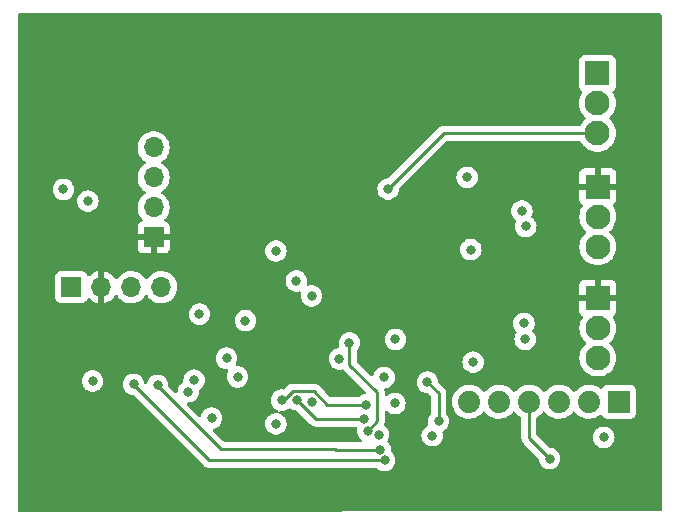
<source format=gbr>
%TF.GenerationSoftware,KiCad,Pcbnew,6.0.11-2627ca5db0~126~ubuntu22.04.1*%
%TF.CreationDate,2023-03-03T14:45:42-05:00*%
%TF.ProjectId,lin-flow-sensor,6c696e2d-666c-46f7-972d-73656e736f72,1.0*%
%TF.SameCoordinates,Original*%
%TF.FileFunction,Copper,L2,Inr*%
%TF.FilePolarity,Positive*%
%FSLAX46Y46*%
G04 Gerber Fmt 4.6, Leading zero omitted, Abs format (unit mm)*
G04 Created by KiCad (PCBNEW 6.0.11-2627ca5db0~126~ubuntu22.04.1) date 2023-03-03 14:45:42*
%MOMM*%
%LPD*%
G01*
G04 APERTURE LIST*
%TA.AperFunction,ComponentPad*%
%ADD10R,2.100000X2.100000*%
%TD*%
%TA.AperFunction,ComponentPad*%
%ADD11C,2.100000*%
%TD*%
%TA.AperFunction,ComponentPad*%
%ADD12R,1.879600X1.879600*%
%TD*%
%TA.AperFunction,ComponentPad*%
%ADD13C,1.879600*%
%TD*%
%TA.AperFunction,ComponentPad*%
%ADD14O,1.700000X1.700000*%
%TD*%
%TA.AperFunction,ComponentPad*%
%ADD15R,1.700000X1.700000*%
%TD*%
%TA.AperFunction,ViaPad*%
%ADD16C,0.800000*%
%TD*%
%TA.AperFunction,Conductor*%
%ADD17C,0.250000*%
%TD*%
G04 APERTURE END LIST*
D10*
%TO.N,+5V*%
%TO.C,J5*%
X224725000Y-83025000D03*
D11*
%TO.N,GND*%
X224725000Y-85565000D03*
%TO.N,Net-(J5-Pad3)*%
X224725000Y-88105000D03*
%TD*%
D12*
%TO.N,unconnected-(J1-Pad1)*%
%TO.C,J1*%
X226520000Y-91800000D03*
D13*
%TO.N,UPDI*%
X223980000Y-91800000D03*
%TO.N,Net-(J1-Pad3)*%
X221440000Y-91800000D03*
%TO.N,Net-(JP1-Pad1)*%
X218900000Y-91800000D03*
%TO.N,unconnected-(J1-Pad5)*%
X216360000Y-91800000D03*
%TO.N,GND*%
X213820000Y-91800000D03*
%TD*%
D10*
%TO.N,+BATT*%
%TO.C,J3*%
X224700000Y-64000000D03*
D11*
%TO.N,GND*%
X224700000Y-66540000D03*
%TO.N,LIN*%
X224700000Y-69080000D03*
%TD*%
D14*
%TO.N,unconnected-(U3-Pad4)*%
%TO.C,U3*%
X187119050Y-70270000D03*
%TO.N,+12V*%
X187119050Y-72810000D03*
%TO.N,GND*%
X187119050Y-75350000D03*
D15*
%TO.N,+5V*%
X187119050Y-77890000D03*
%TD*%
D10*
%TO.N,+5V*%
%TO.C,J4*%
X224725000Y-73600000D03*
D11*
%TO.N,GND*%
X224725000Y-76140000D03*
%TO.N,Net-(J4-Pad3)*%
X224725000Y-78680000D03*
%TD*%
D15*
%TO.N,GND*%
%TO.C,J2*%
X180150000Y-82100000D03*
D14*
%TO.N,+5V*%
X182690000Y-82100000D03*
%TO.N,SDA5V*%
X185230000Y-82100000D03*
%TO.N,SCL5V*%
X187770000Y-82100000D03*
%TD*%
D16*
%TO.N,GND*%
X197470000Y-79040000D03*
%TO.N,+3V3*%
X194900000Y-84940000D03*
%TO.N,+5V*%
X194160000Y-80970000D03*
X183460000Y-79480000D03*
%TO.N,LIN*%
X206972500Y-73802500D03*
%TO.N,GND*%
X179480000Y-73830000D03*
X181550000Y-74820000D03*
X191000000Y-84390000D03*
X193300000Y-88120000D03*
X213670000Y-72810000D03*
%TO.N,+3V3*%
X225230000Y-94820000D03*
%TO.N,Net-(JP1-Pad1)*%
X220650000Y-96630000D03*
%TO.N,UPDI*%
X210710000Y-94680000D03*
%TO.N,GND*%
X218300000Y-75650000D03*
X207550000Y-91950000D03*
X200500000Y-82850000D03*
X218475000Y-85175000D03*
X207600000Y-86525000D03*
X206625000Y-89750000D03*
%TO.N,LIN*%
X199200000Y-81575000D03*
%TO.N,TXD*%
X206169192Y-94595106D03*
X200550000Y-91800000D03*
%TO.N,~{LIN_SLP}*%
X197950000Y-91675000D03*
X205075000Y-92075000D03*
%TO.N,~{LIN_WAKE}*%
X204925000Y-93300000D03*
X199225000Y-91625000D03*
%TO.N,Net-(R5-Pad1)*%
X205230552Y-94251653D03*
X203700000Y-86825000D03*
%TO.N,SDA*%
X206675000Y-96775000D03*
X185425000Y-90325000D03*
%TO.N,SCL*%
X206290576Y-95852382D03*
X187450000Y-90425000D03*
%TO.N,+3V3*%
X194225000Y-89700000D03*
X197475000Y-93675000D03*
X190050000Y-90950000D03*
X202850000Y-88175000D03*
X192025000Y-93200000D03*
X213975000Y-78925000D03*
X181950000Y-90050000D03*
X214175000Y-88450000D03*
X190550000Y-89975000D03*
%TO.N,Net-(J4-Pad3)*%
X218625000Y-76950000D03*
%TO.N,Net-(J5-Pad3)*%
X218575000Y-86525000D03*
%TO.N,~{FLOW_PULSE0}*%
X211250000Y-93450000D03*
X210300000Y-90150000D03*
%TD*%
D17*
%TO.N,LIN*%
X206972500Y-73802500D02*
X211695000Y-69080000D01*
%TO.N,Net-(JP1-Pad1)*%
X218900000Y-94880000D02*
X220650000Y-96630000D01*
X218900000Y-91800000D02*
X218900000Y-94880000D01*
%TO.N,SDA*%
X185425000Y-90325000D02*
X185425000Y-90365000D01*
X185425000Y-90365000D02*
X191835000Y-96775000D01*
X191835000Y-96775000D02*
X206675000Y-96775000D01*
%TO.N,SCL*%
X206290576Y-95852382D02*
X202527382Y-95852382D01*
X187450000Y-90480000D02*
X187450000Y-90425000D01*
X202527382Y-95852382D02*
X202500000Y-95825000D01*
X202500000Y-95825000D02*
X192795000Y-95825000D01*
X192795000Y-95825000D02*
X187450000Y-90480000D01*
%TO.N,Net-(R5-Pad1)*%
X203700000Y-88675000D02*
X203700000Y-86825000D01*
X205230552Y-94251653D02*
X206050000Y-93432205D01*
X206050000Y-93432205D02*
X206050000Y-91025000D01*
X206050000Y-91025000D02*
X203700000Y-88675000D01*
%TO.N,LIN*%
X211695000Y-69080000D02*
X224700000Y-69080000D01*
%TO.N,~{LIN_SLP}*%
X200675305Y-90900000D02*
X201825305Y-92050000D01*
X205050000Y-92050000D02*
X205075000Y-92075000D01*
X201825305Y-92050000D02*
X205050000Y-92050000D01*
X198924695Y-90900000D02*
X200675305Y-90900000D01*
X197950000Y-91675000D02*
X198149695Y-91675000D01*
X198149695Y-91675000D02*
X198924695Y-90900000D01*
%TO.N,~{LIN_WAKE}*%
X200875000Y-93275000D02*
X204900000Y-93275000D01*
X199225000Y-91625000D02*
X200875000Y-93275000D01*
X204900000Y-93275000D02*
X204925000Y-93300000D01*
%TO.N,~{FLOW_PULSE0}*%
X211250000Y-91100000D02*
X210300000Y-90150000D01*
X211250000Y-93450000D02*
X211250000Y-91100000D01*
%TD*%
%TA.AperFunction,Conductor*%
%TO.N,+5V*%
G36*
X230065621Y-58948502D02*
G01*
X230112114Y-59002158D01*
X230123500Y-59054500D01*
X230123500Y-100966071D01*
X230103498Y-101034192D01*
X230049842Y-101080685D01*
X229997614Y-101092071D01*
X175783994Y-101140950D01*
X175715855Y-101121009D01*
X175669314Y-101067396D01*
X175657880Y-101015096D01*
X175645159Y-90050000D01*
X181036496Y-90050000D01*
X181037186Y-90056565D01*
X181055021Y-90226252D01*
X181056458Y-90239928D01*
X181115473Y-90421556D01*
X181118776Y-90427278D01*
X181118777Y-90427279D01*
X181139215Y-90462679D01*
X181210960Y-90586944D01*
X181215378Y-90591851D01*
X181215379Y-90591852D01*
X181313278Y-90700580D01*
X181338747Y-90728866D01*
X181398977Y-90772626D01*
X181476531Y-90828972D01*
X181493248Y-90841118D01*
X181499276Y-90843802D01*
X181499278Y-90843803D01*
X181661681Y-90916109D01*
X181667712Y-90918794D01*
X181742939Y-90934784D01*
X181848056Y-90957128D01*
X181848061Y-90957128D01*
X181854513Y-90958500D01*
X182045487Y-90958500D01*
X182051939Y-90957128D01*
X182051944Y-90957128D01*
X182157061Y-90934784D01*
X182232288Y-90918794D01*
X182238319Y-90916109D01*
X182400722Y-90843803D01*
X182400724Y-90843802D01*
X182406752Y-90841118D01*
X182423470Y-90828972D01*
X182501023Y-90772626D01*
X182561253Y-90728866D01*
X182586722Y-90700580D01*
X182684621Y-90591852D01*
X182684622Y-90591851D01*
X182689040Y-90586944D01*
X182760785Y-90462679D01*
X182781223Y-90427279D01*
X182781224Y-90427278D01*
X182784527Y-90421556D01*
X182815900Y-90325000D01*
X184511496Y-90325000D01*
X184512186Y-90331565D01*
X184528548Y-90487237D01*
X184531458Y-90514928D01*
X184590473Y-90696556D01*
X184593776Y-90702278D01*
X184593777Y-90702279D01*
X184619420Y-90746693D01*
X184685960Y-90861944D01*
X184690378Y-90866851D01*
X184690379Y-90866852D01*
X184784275Y-90971134D01*
X184813747Y-91003866D01*
X184905993Y-91070887D01*
X184941021Y-91096336D01*
X184968248Y-91116118D01*
X184974276Y-91118802D01*
X184974278Y-91118803D01*
X185136681Y-91191109D01*
X185142712Y-91193794D01*
X185236112Y-91213647D01*
X185323056Y-91232128D01*
X185323061Y-91232128D01*
X185329513Y-91233500D01*
X185345406Y-91233500D01*
X185413527Y-91253502D01*
X185434501Y-91270405D01*
X188387645Y-94223550D01*
X191331348Y-97167253D01*
X191338888Y-97175539D01*
X191343000Y-97182018D01*
X191348777Y-97187443D01*
X191392651Y-97228643D01*
X191395493Y-97231398D01*
X191415230Y-97251135D01*
X191418427Y-97253615D01*
X191427447Y-97261318D01*
X191459679Y-97291586D01*
X191466625Y-97295405D01*
X191466628Y-97295407D01*
X191477434Y-97301348D01*
X191493953Y-97312199D01*
X191509959Y-97324614D01*
X191517228Y-97327759D01*
X191517232Y-97327762D01*
X191550537Y-97342174D01*
X191561187Y-97347391D01*
X191599940Y-97368695D01*
X191607615Y-97370666D01*
X191607616Y-97370666D01*
X191619562Y-97373733D01*
X191638267Y-97380137D01*
X191656855Y-97388181D01*
X191664678Y-97389420D01*
X191664688Y-97389423D01*
X191700524Y-97395099D01*
X191712144Y-97397505D01*
X191747289Y-97406528D01*
X191754970Y-97408500D01*
X191775224Y-97408500D01*
X191794934Y-97410051D01*
X191814943Y-97413220D01*
X191822835Y-97412474D01*
X191858961Y-97409059D01*
X191870819Y-97408500D01*
X205966800Y-97408500D01*
X206034921Y-97428502D01*
X206054147Y-97444843D01*
X206054420Y-97444540D01*
X206059332Y-97448963D01*
X206063747Y-97453866D01*
X206218248Y-97566118D01*
X206224276Y-97568802D01*
X206224278Y-97568803D01*
X206386681Y-97641109D01*
X206392712Y-97643794D01*
X206486113Y-97663647D01*
X206573056Y-97682128D01*
X206573061Y-97682128D01*
X206579513Y-97683500D01*
X206770487Y-97683500D01*
X206776939Y-97682128D01*
X206776944Y-97682128D01*
X206863887Y-97663647D01*
X206957288Y-97643794D01*
X206963319Y-97641109D01*
X207125722Y-97568803D01*
X207125724Y-97568802D01*
X207131752Y-97566118D01*
X207286253Y-97453866D01*
X207313322Y-97423803D01*
X207409621Y-97316852D01*
X207409622Y-97316851D01*
X207414040Y-97311944D01*
X207509527Y-97146556D01*
X207568542Y-96964928D01*
X207588504Y-96775000D01*
X207568542Y-96585072D01*
X207509527Y-96403444D01*
X207414040Y-96238056D01*
X207286253Y-96096134D01*
X207280912Y-96092254D01*
X207280907Y-96092249D01*
X207244960Y-96066132D01*
X207201607Y-96009910D01*
X207193712Y-95951026D01*
X207203390Y-95858947D01*
X207204080Y-95852382D01*
X207191060Y-95728500D01*
X207184808Y-95669017D01*
X207184808Y-95669015D01*
X207184118Y-95662454D01*
X207125103Y-95480826D01*
X207117258Y-95467237D01*
X207054689Y-95358866D01*
X207029616Y-95315438D01*
X206952397Y-95229677D01*
X206921681Y-95165672D01*
X206930445Y-95095218D01*
X206936915Y-95082369D01*
X207000415Y-94972385D01*
X207000416Y-94972384D01*
X207003719Y-94966662D01*
X207062734Y-94785034D01*
X207082696Y-94595106D01*
X207077021Y-94541109D01*
X207063424Y-94411741D01*
X207063424Y-94411739D01*
X207062734Y-94405178D01*
X207003719Y-94223550D01*
X206908232Y-94058162D01*
X206847866Y-93991118D01*
X206784867Y-93921151D01*
X206784866Y-93921150D01*
X206780445Y-93916240D01*
X206774581Y-93911979D01*
X206674786Y-93839474D01*
X206631432Y-93783252D01*
X206625357Y-93712515D01*
X206638431Y-93676840D01*
X206643695Y-93667265D01*
X206645666Y-93659588D01*
X206645668Y-93659583D01*
X206648732Y-93647647D01*
X206655138Y-93628935D01*
X206660034Y-93617622D01*
X206663181Y-93610350D01*
X206669326Y-93571556D01*
X206670097Y-93566686D01*
X206672504Y-93555065D01*
X206681528Y-93519916D01*
X206681528Y-93519915D01*
X206683500Y-93512235D01*
X206683500Y-93491974D01*
X206685051Y-93472263D01*
X206686979Y-93460090D01*
X206688219Y-93452262D01*
X206684059Y-93408251D01*
X206683500Y-93396394D01*
X206683500Y-92673626D01*
X206703502Y-92605505D01*
X206757158Y-92559012D01*
X206827432Y-92548908D01*
X206892012Y-92578402D01*
X206903136Y-92589316D01*
X206938747Y-92628866D01*
X207093248Y-92741118D01*
X207099276Y-92743802D01*
X207099278Y-92743803D01*
X207245469Y-92808891D01*
X207267712Y-92818794D01*
X207342666Y-92834726D01*
X207448056Y-92857128D01*
X207448061Y-92857128D01*
X207454513Y-92858500D01*
X207645487Y-92858500D01*
X207651939Y-92857128D01*
X207651944Y-92857128D01*
X207757334Y-92834726D01*
X207832288Y-92818794D01*
X207854531Y-92808891D01*
X208000722Y-92743803D01*
X208000724Y-92743802D01*
X208006752Y-92741118D01*
X208161253Y-92628866D01*
X208196864Y-92589316D01*
X208284621Y-92491852D01*
X208284622Y-92491851D01*
X208289040Y-92486944D01*
X208368708Y-92348955D01*
X208381223Y-92327279D01*
X208381224Y-92327278D01*
X208384527Y-92321556D01*
X208443542Y-92139928D01*
X208463504Y-91950000D01*
X208443542Y-91760072D01*
X208384527Y-91578444D01*
X208358187Y-91532821D01*
X208331699Y-91486944D01*
X208289040Y-91413056D01*
X208273804Y-91396134D01*
X208165675Y-91276045D01*
X208165674Y-91276044D01*
X208161253Y-91271134D01*
X208054804Y-91193794D01*
X208012094Y-91162763D01*
X208012093Y-91162762D01*
X208006752Y-91158882D01*
X208000724Y-91156198D01*
X208000722Y-91156197D01*
X207838319Y-91083891D01*
X207838318Y-91083891D01*
X207832288Y-91081206D01*
X207733200Y-91060144D01*
X207651944Y-91042872D01*
X207651939Y-91042872D01*
X207645487Y-91041500D01*
X207454513Y-91041500D01*
X207448061Y-91042872D01*
X207448056Y-91042872D01*
X207366800Y-91060144D01*
X207267712Y-91081206D01*
X207261682Y-91083891D01*
X207261681Y-91083891D01*
X207099278Y-91156197D01*
X207099276Y-91156198D01*
X207093248Y-91158882D01*
X207087907Y-91162762D01*
X207087906Y-91162763D01*
X207045196Y-91193794D01*
X206938747Y-91271134D01*
X206934326Y-91276044D01*
X206934325Y-91276045D01*
X206903136Y-91310684D01*
X206842690Y-91347924D01*
X206771706Y-91346572D01*
X206712722Y-91307059D01*
X206684464Y-91241928D01*
X206683500Y-91226374D01*
X206683500Y-91103767D01*
X206684027Y-91092584D01*
X206685702Y-91085091D01*
X206683562Y-91017000D01*
X206683500Y-91013043D01*
X206683500Y-90985144D01*
X206682996Y-90981153D01*
X206682063Y-90969311D01*
X206681748Y-90959267D01*
X206680674Y-90925111D01*
X206678462Y-90917497D01*
X206678461Y-90917492D01*
X206675023Y-90905659D01*
X206671012Y-90886295D01*
X206669467Y-90874064D01*
X206668474Y-90866203D01*
X206665557Y-90858836D01*
X206665556Y-90858831D01*
X206652198Y-90825092D01*
X206648349Y-90813849D01*
X206647862Y-90812172D01*
X206648073Y-90741175D01*
X206686634Y-90681564D01*
X206742666Y-90653786D01*
X206832428Y-90634706D01*
X206907288Y-90618794D01*
X206930409Y-90608500D01*
X207075722Y-90543803D01*
X207075724Y-90543802D01*
X207081752Y-90541118D01*
X207109159Y-90521206D01*
X207155476Y-90487554D01*
X207236253Y-90428866D01*
X207242835Y-90421556D01*
X207359621Y-90291852D01*
X207359622Y-90291851D01*
X207364040Y-90286944D01*
X207443105Y-90150000D01*
X209386496Y-90150000D01*
X209387186Y-90156565D01*
X209405712Y-90332826D01*
X209406458Y-90339928D01*
X209465473Y-90521556D01*
X209560960Y-90686944D01*
X209565378Y-90691851D01*
X209565379Y-90691852D01*
X209684325Y-90823955D01*
X209688747Y-90828866D01*
X209843248Y-90941118D01*
X209849276Y-90943802D01*
X209849278Y-90943803D01*
X210009253Y-91015028D01*
X210017712Y-91018794D01*
X210111112Y-91038647D01*
X210198056Y-91057128D01*
X210198061Y-91057128D01*
X210204513Y-91058500D01*
X210260405Y-91058500D01*
X210328526Y-91078502D01*
X210349501Y-91095405D01*
X210579596Y-91325501D01*
X210613621Y-91387813D01*
X210616500Y-91414596D01*
X210616500Y-92747476D01*
X210596498Y-92815597D01*
X210584142Y-92831779D01*
X210510960Y-92913056D01*
X210473407Y-92978099D01*
X210432880Y-93048295D01*
X210415473Y-93078444D01*
X210356458Y-93260072D01*
X210355768Y-93266633D01*
X210355768Y-93266635D01*
X210340884Y-93408251D01*
X210336496Y-93450000D01*
X210337186Y-93456565D01*
X210355303Y-93628935D01*
X210356458Y-93639928D01*
X210358498Y-93646206D01*
X210379023Y-93709377D01*
X210381050Y-93780345D01*
X210344388Y-93841143D01*
X210310439Y-93863419D01*
X210253248Y-93888882D01*
X210247907Y-93892762D01*
X210247906Y-93892763D01*
X210220778Y-93912473D01*
X210098747Y-94001134D01*
X210094326Y-94006044D01*
X210094325Y-94006045D01*
X209988159Y-94123955D01*
X209970960Y-94143056D01*
X209928354Y-94216852D01*
X209886782Y-94288857D01*
X209875473Y-94308444D01*
X209816458Y-94490072D01*
X209796496Y-94680000D01*
X209797186Y-94686565D01*
X209806846Y-94778471D01*
X209816458Y-94869928D01*
X209875473Y-95051556D01*
X209970960Y-95216944D01*
X209975378Y-95221851D01*
X209975379Y-95221852D01*
X210094325Y-95353955D01*
X210098747Y-95358866D01*
X210253248Y-95471118D01*
X210259276Y-95473802D01*
X210259278Y-95473803D01*
X210421681Y-95546109D01*
X210427712Y-95548794D01*
X210521113Y-95568647D01*
X210608056Y-95587128D01*
X210608061Y-95587128D01*
X210614513Y-95588500D01*
X210805487Y-95588500D01*
X210811939Y-95587128D01*
X210811944Y-95587128D01*
X210898887Y-95568647D01*
X210992288Y-95548794D01*
X210998319Y-95546109D01*
X211160722Y-95473803D01*
X211160724Y-95473802D01*
X211166752Y-95471118D01*
X211321253Y-95358866D01*
X211325675Y-95353955D01*
X211444621Y-95221852D01*
X211444622Y-95221851D01*
X211449040Y-95216944D01*
X211544527Y-95051556D01*
X211603542Y-94869928D01*
X211613155Y-94778471D01*
X211622814Y-94686565D01*
X211623504Y-94680000D01*
X211603542Y-94490072D01*
X211588157Y-94442721D01*
X211580977Y-94420623D01*
X211578950Y-94349655D01*
X211615612Y-94288857D01*
X211649561Y-94266581D01*
X211706752Y-94241118D01*
X211861253Y-94128866D01*
X211947587Y-94032982D01*
X211984621Y-93991852D01*
X211984622Y-93991851D01*
X211989040Y-93986944D01*
X212072627Y-93842168D01*
X212081223Y-93827279D01*
X212081224Y-93827278D01*
X212084527Y-93821556D01*
X212143542Y-93639928D01*
X212144698Y-93628935D01*
X212162814Y-93456565D01*
X212163504Y-93450000D01*
X212159116Y-93408251D01*
X212144232Y-93266635D01*
X212144232Y-93266633D01*
X212143542Y-93260072D01*
X212084527Y-93078444D01*
X212067121Y-93048295D01*
X212026593Y-92978099D01*
X211989040Y-92913056D01*
X211915863Y-92831785D01*
X211885147Y-92767779D01*
X211883500Y-92747476D01*
X211883500Y-91764494D01*
X212367170Y-91764494D01*
X212367467Y-91769646D01*
X212367467Y-91769650D01*
X212377866Y-91950000D01*
X212380879Y-92002255D01*
X212382016Y-92007301D01*
X212382017Y-92007307D01*
X212392152Y-92052279D01*
X212433237Y-92234585D01*
X212435179Y-92239367D01*
X212435180Y-92239371D01*
X212520893Y-92450457D01*
X212522837Y-92455244D01*
X212647274Y-92658306D01*
X212803204Y-92838317D01*
X212986442Y-92990444D01*
X212990894Y-92993046D01*
X212990899Y-92993049D01*
X213179162Y-93103061D01*
X213192065Y-93110601D01*
X213414552Y-93195560D01*
X213419618Y-93196591D01*
X213419619Y-93196591D01*
X213436375Y-93200000D01*
X213647928Y-93243041D01*
X213781284Y-93247931D01*
X213880760Y-93251579D01*
X213880764Y-93251579D01*
X213885924Y-93251768D01*
X213891044Y-93251112D01*
X213891046Y-93251112D01*
X214117023Y-93222164D01*
X214117024Y-93222164D01*
X214122151Y-93221507D01*
X214205200Y-93196591D01*
X214345316Y-93154554D01*
X214345317Y-93154553D01*
X214350262Y-93153070D01*
X214564133Y-93048295D01*
X214568336Y-93045297D01*
X214568341Y-93045294D01*
X214753816Y-92912996D01*
X214753818Y-92912994D01*
X214758020Y-92909997D01*
X214926716Y-92741889D01*
X214984979Y-92660807D01*
X215040972Y-92617160D01*
X215111676Y-92610714D01*
X215174640Y-92643516D01*
X215186582Y-92657176D01*
X215187274Y-92658306D01*
X215343204Y-92838317D01*
X215526442Y-92990444D01*
X215530894Y-92993046D01*
X215530899Y-92993049D01*
X215719162Y-93103061D01*
X215732065Y-93110601D01*
X215954552Y-93195560D01*
X215959618Y-93196591D01*
X215959619Y-93196591D01*
X215976375Y-93200000D01*
X216187928Y-93243041D01*
X216321284Y-93247931D01*
X216420760Y-93251579D01*
X216420764Y-93251579D01*
X216425924Y-93251768D01*
X216431044Y-93251112D01*
X216431046Y-93251112D01*
X216657023Y-93222164D01*
X216657024Y-93222164D01*
X216662151Y-93221507D01*
X216745200Y-93196591D01*
X216885316Y-93154554D01*
X216885317Y-93154553D01*
X216890262Y-93153070D01*
X217104133Y-93048295D01*
X217108336Y-93045297D01*
X217108341Y-93045294D01*
X217293816Y-92912996D01*
X217293818Y-92912994D01*
X217298020Y-92909997D01*
X217466716Y-92741889D01*
X217524979Y-92660807D01*
X217580972Y-92617160D01*
X217651676Y-92610714D01*
X217714640Y-92643516D01*
X217726582Y-92657176D01*
X217727274Y-92658306D01*
X217883204Y-92838317D01*
X218066442Y-92990444D01*
X218070894Y-92993046D01*
X218070899Y-92993049D01*
X218100031Y-93010072D01*
X218181210Y-93057509D01*
X218204071Y-93070868D01*
X218252794Y-93122507D01*
X218266500Y-93179656D01*
X218266500Y-94801233D01*
X218265973Y-94812416D01*
X218264298Y-94819909D01*
X218264547Y-94827835D01*
X218264547Y-94827836D01*
X218266438Y-94887986D01*
X218266500Y-94891945D01*
X218266500Y-94919856D01*
X218266997Y-94923790D01*
X218266997Y-94923791D01*
X218267005Y-94923856D01*
X218267938Y-94935693D01*
X218269327Y-94979889D01*
X218274978Y-94999339D01*
X218278987Y-95018700D01*
X218281526Y-95038797D01*
X218284445Y-95046168D01*
X218284445Y-95046170D01*
X218297804Y-95079912D01*
X218301649Y-95091142D01*
X218313982Y-95133593D01*
X218318015Y-95140412D01*
X218318017Y-95140417D01*
X218324293Y-95151028D01*
X218332988Y-95168776D01*
X218340448Y-95187617D01*
X218345110Y-95194033D01*
X218345110Y-95194034D01*
X218366436Y-95223387D01*
X218372952Y-95233307D01*
X218395458Y-95271362D01*
X218409779Y-95285683D01*
X218422619Y-95300716D01*
X218434528Y-95317107D01*
X218440634Y-95322158D01*
X218468605Y-95345298D01*
X218477384Y-95353288D01*
X219702878Y-96578783D01*
X219736904Y-96641095D01*
X219739093Y-96654706D01*
X219756458Y-96819928D01*
X219815473Y-97001556D01*
X219910960Y-97166944D01*
X219915378Y-97171851D01*
X219915379Y-97171852D01*
X220023188Y-97291586D01*
X220038747Y-97308866D01*
X220087838Y-97344533D01*
X220181351Y-97412474D01*
X220193248Y-97421118D01*
X220199276Y-97423802D01*
X220199278Y-97423803D01*
X220361681Y-97496109D01*
X220367712Y-97498794D01*
X220461113Y-97518647D01*
X220548056Y-97537128D01*
X220548061Y-97537128D01*
X220554513Y-97538500D01*
X220745487Y-97538500D01*
X220751939Y-97537128D01*
X220751944Y-97537128D01*
X220838887Y-97518647D01*
X220932288Y-97498794D01*
X220938319Y-97496109D01*
X221100722Y-97423803D01*
X221100724Y-97423802D01*
X221106752Y-97421118D01*
X221118650Y-97412474D01*
X221212162Y-97344533D01*
X221261253Y-97308866D01*
X221276812Y-97291586D01*
X221384621Y-97171852D01*
X221384622Y-97171851D01*
X221389040Y-97166944D01*
X221484527Y-97001556D01*
X221543542Y-96819928D01*
X221563504Y-96630000D01*
X221543542Y-96440072D01*
X221484527Y-96258444D01*
X221389040Y-96093056D01*
X221261253Y-95951134D01*
X221106752Y-95838882D01*
X221100724Y-95836198D01*
X221100722Y-95836197D01*
X220938319Y-95763891D01*
X220938318Y-95763891D01*
X220932288Y-95761206D01*
X220838887Y-95741353D01*
X220751944Y-95722872D01*
X220751939Y-95722872D01*
X220745487Y-95721500D01*
X220689594Y-95721500D01*
X220621473Y-95701498D01*
X220600499Y-95684595D01*
X219735905Y-94820000D01*
X224316496Y-94820000D01*
X224317186Y-94826565D01*
X224332469Y-94971970D01*
X224336458Y-95009928D01*
X224395473Y-95191556D01*
X224398776Y-95197278D01*
X224398777Y-95197279D01*
X224407172Y-95211819D01*
X224490960Y-95356944D01*
X224495378Y-95361851D01*
X224495379Y-95361852D01*
X224596180Y-95473803D01*
X224618747Y-95498866D01*
X224773248Y-95611118D01*
X224779276Y-95613802D01*
X224779278Y-95613803D01*
X224941681Y-95686109D01*
X224947712Y-95688794D01*
X225041113Y-95708647D01*
X225128056Y-95727128D01*
X225128061Y-95727128D01*
X225134513Y-95728500D01*
X225325487Y-95728500D01*
X225331939Y-95727128D01*
X225331944Y-95727128D01*
X225418887Y-95708647D01*
X225512288Y-95688794D01*
X225518319Y-95686109D01*
X225680722Y-95613803D01*
X225680724Y-95613802D01*
X225686752Y-95611118D01*
X225841253Y-95498866D01*
X225863820Y-95473803D01*
X225964621Y-95361852D01*
X225964622Y-95361851D01*
X225969040Y-95356944D01*
X226052828Y-95211819D01*
X226061223Y-95197279D01*
X226061224Y-95197278D01*
X226064527Y-95191556D01*
X226123542Y-95009928D01*
X226127532Y-94971970D01*
X226142814Y-94826565D01*
X226143504Y-94820000D01*
X226139829Y-94785034D01*
X226124232Y-94636635D01*
X226124232Y-94636633D01*
X226123542Y-94630072D01*
X226064527Y-94448444D01*
X226056776Y-94435018D01*
X225983698Y-94308444D01*
X225969040Y-94283056D01*
X225934854Y-94245088D01*
X225845675Y-94146045D01*
X225845674Y-94146044D01*
X225841253Y-94141134D01*
X225686752Y-94028882D01*
X225680724Y-94026198D01*
X225680722Y-94026197D01*
X225518319Y-93953891D01*
X225518318Y-93953891D01*
X225512288Y-93951206D01*
X225405475Y-93928502D01*
X225331944Y-93912872D01*
X225331939Y-93912872D01*
X225325487Y-93911500D01*
X225134513Y-93911500D01*
X225128061Y-93912872D01*
X225128056Y-93912872D01*
X225054525Y-93928502D01*
X224947712Y-93951206D01*
X224941682Y-93953891D01*
X224941681Y-93953891D01*
X224779278Y-94026197D01*
X224779276Y-94026198D01*
X224773248Y-94028882D01*
X224618747Y-94141134D01*
X224614326Y-94146044D01*
X224614325Y-94146045D01*
X224525147Y-94245088D01*
X224490960Y-94283056D01*
X224476302Y-94308444D01*
X224403225Y-94435018D01*
X224395473Y-94448444D01*
X224336458Y-94630072D01*
X224335768Y-94636633D01*
X224335768Y-94636635D01*
X224320171Y-94785034D01*
X224316496Y-94820000D01*
X219735905Y-94820000D01*
X219570405Y-94654500D01*
X219536379Y-94592188D01*
X219533500Y-94565405D01*
X219533500Y-93181074D01*
X219553502Y-93112953D01*
X219604066Y-93067924D01*
X219644133Y-93048295D01*
X219648336Y-93045297D01*
X219648341Y-93045294D01*
X219833816Y-92912996D01*
X219833818Y-92912994D01*
X219838020Y-92909997D01*
X220006716Y-92741889D01*
X220064979Y-92660807D01*
X220120972Y-92617160D01*
X220191676Y-92610714D01*
X220254640Y-92643516D01*
X220266582Y-92657176D01*
X220267274Y-92658306D01*
X220423204Y-92838317D01*
X220606442Y-92990444D01*
X220610894Y-92993046D01*
X220610899Y-92993049D01*
X220799162Y-93103061D01*
X220812065Y-93110601D01*
X221034552Y-93195560D01*
X221039618Y-93196591D01*
X221039619Y-93196591D01*
X221056375Y-93200000D01*
X221267928Y-93243041D01*
X221401284Y-93247931D01*
X221500760Y-93251579D01*
X221500764Y-93251579D01*
X221505924Y-93251768D01*
X221511044Y-93251112D01*
X221511046Y-93251112D01*
X221737023Y-93222164D01*
X221737024Y-93222164D01*
X221742151Y-93221507D01*
X221825200Y-93196591D01*
X221965316Y-93154554D01*
X221965317Y-93154553D01*
X221970262Y-93153070D01*
X222184133Y-93048295D01*
X222188336Y-93045297D01*
X222188341Y-93045294D01*
X222373816Y-92912996D01*
X222373818Y-92912994D01*
X222378020Y-92909997D01*
X222546716Y-92741889D01*
X222604979Y-92660807D01*
X222660972Y-92617160D01*
X222731676Y-92610714D01*
X222794640Y-92643516D01*
X222806582Y-92657176D01*
X222807274Y-92658306D01*
X222963204Y-92838317D01*
X223146442Y-92990444D01*
X223150894Y-92993046D01*
X223150899Y-92993049D01*
X223339162Y-93103061D01*
X223352065Y-93110601D01*
X223574552Y-93195560D01*
X223579618Y-93196591D01*
X223579619Y-93196591D01*
X223596375Y-93200000D01*
X223807928Y-93243041D01*
X223941284Y-93247931D01*
X224040760Y-93251579D01*
X224040764Y-93251579D01*
X224045924Y-93251768D01*
X224051044Y-93251112D01*
X224051046Y-93251112D01*
X224277023Y-93222164D01*
X224277024Y-93222164D01*
X224282151Y-93221507D01*
X224365200Y-93196591D01*
X224505316Y-93154554D01*
X224505317Y-93154553D01*
X224510262Y-93153070D01*
X224724133Y-93048295D01*
X224728336Y-93045297D01*
X224728341Y-93045294D01*
X224913810Y-92913000D01*
X224918020Y-92909997D01*
X224920601Y-92907425D01*
X224985135Y-92878913D01*
X225055278Y-92889886D01*
X225108355Y-92937039D01*
X225119502Y-92959610D01*
X225129585Y-92986505D01*
X225216939Y-93103061D01*
X225333495Y-93190415D01*
X225469884Y-93241545D01*
X225532066Y-93248300D01*
X227507934Y-93248300D01*
X227570116Y-93241545D01*
X227706505Y-93190415D01*
X227823061Y-93103061D01*
X227910415Y-92986505D01*
X227961545Y-92850116D01*
X227968300Y-92787934D01*
X227968300Y-90812066D01*
X227961545Y-90749884D01*
X227910415Y-90613495D01*
X227823061Y-90496939D01*
X227706505Y-90409585D01*
X227570116Y-90358455D01*
X227507934Y-90351700D01*
X225532066Y-90351700D01*
X225469884Y-90358455D01*
X225333495Y-90409585D01*
X225216939Y-90496939D01*
X225129585Y-90613495D01*
X225126433Y-90621903D01*
X225118218Y-90643816D01*
X225075576Y-90700580D01*
X225009014Y-90725280D01*
X224939666Y-90710072D01*
X224922144Y-90698468D01*
X224788278Y-90592747D01*
X224788273Y-90592744D01*
X224784224Y-90589546D01*
X224779708Y-90587053D01*
X224779705Y-90587051D01*
X224580250Y-90476946D01*
X224580246Y-90476944D01*
X224575726Y-90474449D01*
X224570857Y-90472725D01*
X224570853Y-90472723D01*
X224356105Y-90396676D01*
X224356101Y-90396675D01*
X224351230Y-90394950D01*
X224346140Y-90394043D01*
X224346135Y-90394042D01*
X224218814Y-90371364D01*
X224116764Y-90353186D01*
X224025355Y-90352069D01*
X223883795Y-90350339D01*
X223883793Y-90350339D01*
X223878625Y-90350276D01*
X223643209Y-90386300D01*
X223416838Y-90460289D01*
X223352458Y-90493803D01*
X223269023Y-90537237D01*
X223205590Y-90570258D01*
X223201457Y-90573361D01*
X223201454Y-90573363D01*
X223028758Y-90703027D01*
X223015140Y-90713252D01*
X223011568Y-90716990D01*
X222861465Y-90874064D01*
X222850602Y-90885431D01*
X222823534Y-90925111D01*
X222815186Y-90937349D01*
X222760274Y-90982351D01*
X222689749Y-90990522D01*
X222626002Y-90959267D01*
X222605306Y-90934784D01*
X222594217Y-90917642D01*
X222594212Y-90917636D01*
X222591406Y-90913298D01*
X222579390Y-90900092D01*
X222530540Y-90846407D01*
X222431124Y-90737150D01*
X222427073Y-90733951D01*
X222427069Y-90733947D01*
X222248278Y-90592747D01*
X222248273Y-90592744D01*
X222244224Y-90589546D01*
X222239708Y-90587053D01*
X222239705Y-90587051D01*
X222040250Y-90476946D01*
X222040246Y-90476944D01*
X222035726Y-90474449D01*
X222030857Y-90472725D01*
X222030853Y-90472723D01*
X221816105Y-90396676D01*
X221816101Y-90396675D01*
X221811230Y-90394950D01*
X221806140Y-90394043D01*
X221806135Y-90394042D01*
X221678814Y-90371364D01*
X221576764Y-90353186D01*
X221485355Y-90352069D01*
X221343795Y-90350339D01*
X221343793Y-90350339D01*
X221338625Y-90350276D01*
X221103209Y-90386300D01*
X220876838Y-90460289D01*
X220812458Y-90493803D01*
X220729023Y-90537237D01*
X220665590Y-90570258D01*
X220661457Y-90573361D01*
X220661454Y-90573363D01*
X220488758Y-90703027D01*
X220475140Y-90713252D01*
X220471568Y-90716990D01*
X220321465Y-90874064D01*
X220310602Y-90885431D01*
X220283534Y-90925111D01*
X220275186Y-90937349D01*
X220220274Y-90982351D01*
X220149749Y-90990522D01*
X220086002Y-90959267D01*
X220065306Y-90934784D01*
X220054217Y-90917642D01*
X220054212Y-90917636D01*
X220051406Y-90913298D01*
X220039390Y-90900092D01*
X219990540Y-90846407D01*
X219891124Y-90737150D01*
X219887073Y-90733951D01*
X219887069Y-90733947D01*
X219708278Y-90592747D01*
X219708273Y-90592744D01*
X219704224Y-90589546D01*
X219699708Y-90587053D01*
X219699705Y-90587051D01*
X219500250Y-90476946D01*
X219500246Y-90476944D01*
X219495726Y-90474449D01*
X219490857Y-90472725D01*
X219490853Y-90472723D01*
X219276105Y-90396676D01*
X219276101Y-90396675D01*
X219271230Y-90394950D01*
X219266140Y-90394043D01*
X219266135Y-90394042D01*
X219138814Y-90371364D01*
X219036764Y-90353186D01*
X218945355Y-90352069D01*
X218803795Y-90350339D01*
X218803793Y-90350339D01*
X218798625Y-90350276D01*
X218563209Y-90386300D01*
X218336838Y-90460289D01*
X218272458Y-90493803D01*
X218189023Y-90537237D01*
X218125590Y-90570258D01*
X218121457Y-90573361D01*
X218121454Y-90573363D01*
X217948758Y-90703027D01*
X217935140Y-90713252D01*
X217931568Y-90716990D01*
X217781465Y-90874064D01*
X217770602Y-90885431D01*
X217743534Y-90925111D01*
X217735186Y-90937349D01*
X217680274Y-90982351D01*
X217609749Y-90990522D01*
X217546002Y-90959267D01*
X217525306Y-90934784D01*
X217514217Y-90917642D01*
X217514212Y-90917636D01*
X217511406Y-90913298D01*
X217499390Y-90900092D01*
X217450540Y-90846407D01*
X217351124Y-90737150D01*
X217347073Y-90733951D01*
X217347069Y-90733947D01*
X217168278Y-90592747D01*
X217168273Y-90592744D01*
X217164224Y-90589546D01*
X217159708Y-90587053D01*
X217159705Y-90587051D01*
X216960250Y-90476946D01*
X216960246Y-90476944D01*
X216955726Y-90474449D01*
X216950857Y-90472725D01*
X216950853Y-90472723D01*
X216736105Y-90396676D01*
X216736101Y-90396675D01*
X216731230Y-90394950D01*
X216726140Y-90394043D01*
X216726135Y-90394042D01*
X216598814Y-90371364D01*
X216496764Y-90353186D01*
X216405355Y-90352069D01*
X216263795Y-90350339D01*
X216263793Y-90350339D01*
X216258625Y-90350276D01*
X216023209Y-90386300D01*
X215796838Y-90460289D01*
X215732458Y-90493803D01*
X215649023Y-90537237D01*
X215585590Y-90570258D01*
X215581457Y-90573361D01*
X215581454Y-90573363D01*
X215408758Y-90703027D01*
X215395140Y-90713252D01*
X215391568Y-90716990D01*
X215241465Y-90874064D01*
X215230602Y-90885431D01*
X215203534Y-90925111D01*
X215195186Y-90937349D01*
X215140274Y-90982351D01*
X215069749Y-90990522D01*
X215006002Y-90959267D01*
X214985306Y-90934784D01*
X214974217Y-90917642D01*
X214974212Y-90917636D01*
X214971406Y-90913298D01*
X214959390Y-90900092D01*
X214910540Y-90846407D01*
X214811124Y-90737150D01*
X214807073Y-90733951D01*
X214807069Y-90733947D01*
X214628278Y-90592747D01*
X214628273Y-90592744D01*
X214624224Y-90589546D01*
X214619708Y-90587053D01*
X214619705Y-90587051D01*
X214420250Y-90476946D01*
X214420246Y-90476944D01*
X214415726Y-90474449D01*
X214410857Y-90472725D01*
X214410853Y-90472723D01*
X214196105Y-90396676D01*
X214196101Y-90396675D01*
X214191230Y-90394950D01*
X214186140Y-90394043D01*
X214186135Y-90394042D01*
X214058814Y-90371364D01*
X213956764Y-90353186D01*
X213865355Y-90352069D01*
X213723795Y-90350339D01*
X213723793Y-90350339D01*
X213718625Y-90350276D01*
X213483209Y-90386300D01*
X213256838Y-90460289D01*
X213192458Y-90493803D01*
X213109023Y-90537237D01*
X213045590Y-90570258D01*
X213041457Y-90573361D01*
X213041454Y-90573363D01*
X212868758Y-90703027D01*
X212855140Y-90713252D01*
X212851568Y-90716990D01*
X212701465Y-90874064D01*
X212690602Y-90885431D01*
X212687691Y-90889699D01*
X212687687Y-90889704D01*
X212625642Y-90980659D01*
X212556394Y-91082172D01*
X212518985Y-91162763D01*
X212466402Y-91276045D01*
X212456122Y-91298191D01*
X212392477Y-91527685D01*
X212367170Y-91764494D01*
X211883500Y-91764494D01*
X211883500Y-91178767D01*
X211884027Y-91167584D01*
X211885702Y-91160091D01*
X211885010Y-91138056D01*
X211883562Y-91092001D01*
X211883500Y-91088043D01*
X211883500Y-91060144D01*
X211882996Y-91056153D01*
X211882063Y-91044311D01*
X211881432Y-91024209D01*
X211880674Y-91000111D01*
X211878462Y-90992497D01*
X211878461Y-90992492D01*
X211875023Y-90980659D01*
X211871012Y-90961295D01*
X211869467Y-90949064D01*
X211868474Y-90941203D01*
X211865557Y-90933836D01*
X211865556Y-90933831D01*
X211852198Y-90900092D01*
X211848354Y-90888865D01*
X211845982Y-90880703D01*
X211836018Y-90846407D01*
X211830595Y-90837237D01*
X211825707Y-90828972D01*
X211817012Y-90811224D01*
X211809552Y-90792383D01*
X211783564Y-90756613D01*
X211777048Y-90746693D01*
X211758580Y-90715465D01*
X211758578Y-90715462D01*
X211754542Y-90708638D01*
X211740221Y-90694317D01*
X211727380Y-90679283D01*
X211720131Y-90669306D01*
X211715472Y-90662893D01*
X211709367Y-90657842D01*
X211709362Y-90657837D01*
X211681402Y-90634706D01*
X211672624Y-90626719D01*
X211460876Y-90414971D01*
X211247122Y-90201218D01*
X211213097Y-90138905D01*
X211210907Y-90125292D01*
X211194232Y-89966635D01*
X211194232Y-89966633D01*
X211193542Y-89960072D01*
X211134527Y-89778444D01*
X211039040Y-89613056D01*
X211030386Y-89603444D01*
X210915675Y-89476045D01*
X210915674Y-89476044D01*
X210911253Y-89471134D01*
X210775278Y-89372342D01*
X210762094Y-89362763D01*
X210762093Y-89362762D01*
X210756752Y-89358882D01*
X210750724Y-89356198D01*
X210750722Y-89356197D01*
X210588319Y-89283891D01*
X210588318Y-89283891D01*
X210582288Y-89281206D01*
X210488888Y-89261353D01*
X210401944Y-89242872D01*
X210401939Y-89242872D01*
X210395487Y-89241500D01*
X210204513Y-89241500D01*
X210198061Y-89242872D01*
X210198056Y-89242872D01*
X210111112Y-89261353D01*
X210017712Y-89281206D01*
X210011682Y-89283891D01*
X210011681Y-89283891D01*
X209849278Y-89356197D01*
X209849276Y-89356198D01*
X209843248Y-89358882D01*
X209837907Y-89362762D01*
X209837906Y-89362763D01*
X209824722Y-89372342D01*
X209688747Y-89471134D01*
X209684326Y-89476044D01*
X209684325Y-89476045D01*
X209569615Y-89603444D01*
X209560960Y-89613056D01*
X209465473Y-89778444D01*
X209406458Y-89960072D01*
X209405768Y-89966633D01*
X209405768Y-89966635D01*
X209390146Y-90115271D01*
X209386496Y-90150000D01*
X207443105Y-90150000D01*
X207451724Y-90135072D01*
X207456223Y-90127279D01*
X207456224Y-90127278D01*
X207459527Y-90121556D01*
X207518542Y-89939928D01*
X207538504Y-89750000D01*
X207526300Y-89633882D01*
X207519232Y-89566635D01*
X207519232Y-89566633D01*
X207518542Y-89560072D01*
X207459527Y-89378444D01*
X207364040Y-89213056D01*
X207358297Y-89206677D01*
X207240675Y-89076045D01*
X207240674Y-89076044D01*
X207236253Y-89071134D01*
X207095407Y-88968803D01*
X207087094Y-88962763D01*
X207087093Y-88962762D01*
X207081752Y-88958882D01*
X207075724Y-88956198D01*
X207075722Y-88956197D01*
X206913319Y-88883891D01*
X206913318Y-88883891D01*
X206907288Y-88881206D01*
X206813887Y-88861353D01*
X206726944Y-88842872D01*
X206726939Y-88842872D01*
X206720487Y-88841500D01*
X206529513Y-88841500D01*
X206523061Y-88842872D01*
X206523056Y-88842872D01*
X206436113Y-88861353D01*
X206342712Y-88881206D01*
X206336682Y-88883891D01*
X206336681Y-88883891D01*
X206174278Y-88956197D01*
X206174276Y-88956198D01*
X206168248Y-88958882D01*
X206162907Y-88962762D01*
X206162906Y-88962763D01*
X206154593Y-88968803D01*
X206013747Y-89071134D01*
X206009326Y-89076044D01*
X206009325Y-89076045D01*
X205891704Y-89206677D01*
X205885960Y-89213056D01*
X205790473Y-89378444D01*
X205771104Y-89438056D01*
X205733568Y-89553578D01*
X205693494Y-89612183D01*
X205628097Y-89639820D01*
X205558141Y-89627713D01*
X205524640Y-89603736D01*
X205023063Y-89102158D01*
X204370905Y-88450000D01*
X213261496Y-88450000D01*
X213262186Y-88456565D01*
X213276491Y-88592665D01*
X213281458Y-88639928D01*
X213340473Y-88821556D01*
X213343776Y-88827278D01*
X213343777Y-88827279D01*
X213351988Y-88841500D01*
X213435960Y-88986944D01*
X213440378Y-88991851D01*
X213440379Y-88991852D01*
X213542883Y-89105694D01*
X213563747Y-89128866D01*
X213718248Y-89241118D01*
X213724276Y-89243802D01*
X213724278Y-89243803D01*
X213886681Y-89316109D01*
X213892712Y-89318794D01*
X213967680Y-89334729D01*
X214073056Y-89357128D01*
X214073061Y-89357128D01*
X214079513Y-89358500D01*
X214270487Y-89358500D01*
X214276939Y-89357128D01*
X214276944Y-89357128D01*
X214382320Y-89334729D01*
X214457288Y-89318794D01*
X214463319Y-89316109D01*
X214625722Y-89243803D01*
X214625724Y-89243802D01*
X214631752Y-89241118D01*
X214786253Y-89128866D01*
X214807117Y-89105694D01*
X214909621Y-88991852D01*
X214909622Y-88991851D01*
X214914040Y-88986944D01*
X214998012Y-88841500D01*
X215006223Y-88827279D01*
X215006224Y-88827278D01*
X215009527Y-88821556D01*
X215068542Y-88639928D01*
X215073510Y-88592665D01*
X215087814Y-88456565D01*
X215088504Y-88450000D01*
X215068542Y-88260072D01*
X215018156Y-88105000D01*
X223161681Y-88105000D01*
X223180928Y-88349557D01*
X223182082Y-88354364D01*
X223182083Y-88354370D01*
X223183532Y-88360405D01*
X223238195Y-88588092D01*
X223332073Y-88814732D01*
X223415262Y-88950485D01*
X223440612Y-88991852D01*
X223460248Y-89023896D01*
X223463463Y-89027660D01*
X223463465Y-89027663D01*
X223596890Y-89183882D01*
X223619567Y-89210433D01*
X223623323Y-89213641D01*
X223792930Y-89358500D01*
X223806104Y-89369752D01*
X223810327Y-89372340D01*
X223810330Y-89372342D01*
X223830544Y-89384729D01*
X224015268Y-89497927D01*
X224150142Y-89553794D01*
X224237335Y-89589911D01*
X224237337Y-89589912D01*
X224241908Y-89591805D01*
X224309982Y-89608148D01*
X224475630Y-89647917D01*
X224475636Y-89647918D01*
X224480443Y-89649072D01*
X224725000Y-89668319D01*
X224969557Y-89649072D01*
X224974364Y-89647918D01*
X224974370Y-89647917D01*
X225140018Y-89608148D01*
X225208092Y-89591805D01*
X225212663Y-89589912D01*
X225212665Y-89589911D01*
X225299858Y-89553794D01*
X225434732Y-89497927D01*
X225619456Y-89384729D01*
X225639670Y-89372342D01*
X225639673Y-89372340D01*
X225643896Y-89369752D01*
X225657071Y-89358500D01*
X225826677Y-89213641D01*
X225830433Y-89210433D01*
X225853110Y-89183882D01*
X225986535Y-89027663D01*
X225986537Y-89027660D01*
X225989752Y-89023896D01*
X226009389Y-88991852D01*
X226034738Y-88950485D01*
X226117927Y-88814732D01*
X226211805Y-88588092D01*
X226266468Y-88360405D01*
X226267917Y-88354370D01*
X226267918Y-88354364D01*
X226269072Y-88349557D01*
X226288319Y-88105000D01*
X226269072Y-87860443D01*
X226243693Y-87754729D01*
X226221613Y-87662763D01*
X226211805Y-87621908D01*
X226117927Y-87395268D01*
X226021919Y-87238596D01*
X225992342Y-87190330D01*
X225992340Y-87190327D01*
X225989752Y-87186104D01*
X225883709Y-87061944D01*
X225833641Y-87003323D01*
X225830433Y-86999567D01*
X225749931Y-86930811D01*
X225711122Y-86871360D01*
X225710616Y-86800365D01*
X225749931Y-86739189D01*
X225826677Y-86673641D01*
X225830433Y-86670433D01*
X225855029Y-86641635D01*
X225986535Y-86487663D01*
X225986537Y-86487660D01*
X225989752Y-86483896D01*
X226004562Y-86459729D01*
X226076929Y-86341635D01*
X226117927Y-86274732D01*
X226211805Y-86048092D01*
X226243068Y-85917872D01*
X226267917Y-85814370D01*
X226267918Y-85814364D01*
X226269072Y-85809557D01*
X226288319Y-85565000D01*
X226269072Y-85320443D01*
X226266939Y-85311556D01*
X226224841Y-85136206D01*
X226211805Y-85081908D01*
X226117927Y-84855268D01*
X226008905Y-84677359D01*
X225990367Y-84608826D01*
X226011824Y-84541149D01*
X226040773Y-84510698D01*
X226130728Y-84443281D01*
X226143285Y-84430724D01*
X226219786Y-84328649D01*
X226228324Y-84313054D01*
X226273478Y-84192606D01*
X226277105Y-84177351D01*
X226282631Y-84126486D01*
X226283000Y-84119672D01*
X226283000Y-83297115D01*
X226278525Y-83281876D01*
X226277135Y-83280671D01*
X226269452Y-83279000D01*
X223185116Y-83279000D01*
X223169877Y-83283475D01*
X223168672Y-83284865D01*
X223167001Y-83292548D01*
X223167001Y-84119669D01*
X223167371Y-84126490D01*
X223172895Y-84177352D01*
X223176521Y-84192604D01*
X223221676Y-84313054D01*
X223230214Y-84328649D01*
X223306715Y-84430724D01*
X223319272Y-84443281D01*
X223409227Y-84510698D01*
X223451742Y-84567558D01*
X223456768Y-84638376D01*
X223441095Y-84677359D01*
X223332073Y-84855268D01*
X223238195Y-85081908D01*
X223225159Y-85136206D01*
X223183062Y-85311556D01*
X223180928Y-85320443D01*
X223161681Y-85565000D01*
X223180928Y-85809557D01*
X223182082Y-85814364D01*
X223182083Y-85814370D01*
X223206932Y-85917872D01*
X223238195Y-86048092D01*
X223332073Y-86274732D01*
X223373071Y-86341635D01*
X223445439Y-86459729D01*
X223460248Y-86483896D01*
X223463463Y-86487660D01*
X223463465Y-86487663D01*
X223594971Y-86641635D01*
X223619567Y-86670433D01*
X223623323Y-86673641D01*
X223700069Y-86739189D01*
X223738878Y-86798640D01*
X223739384Y-86869635D01*
X223700069Y-86930811D01*
X223619567Y-86999567D01*
X223616359Y-87003323D01*
X223566292Y-87061944D01*
X223460248Y-87186104D01*
X223457660Y-87190327D01*
X223457658Y-87190330D01*
X223428081Y-87238596D01*
X223332073Y-87395268D01*
X223238195Y-87621908D01*
X223228387Y-87662763D01*
X223206308Y-87754729D01*
X223180928Y-87860443D01*
X223161681Y-88105000D01*
X215018156Y-88105000D01*
X215009527Y-88078444D01*
X214914040Y-87913056D01*
X214862334Y-87855630D01*
X214790675Y-87776045D01*
X214790674Y-87776044D01*
X214786253Y-87771134D01*
X214631752Y-87658882D01*
X214625724Y-87656198D01*
X214625722Y-87656197D01*
X214463319Y-87583891D01*
X214463318Y-87583891D01*
X214457288Y-87581206D01*
X214363888Y-87561353D01*
X214276944Y-87542872D01*
X214276939Y-87542872D01*
X214270487Y-87541500D01*
X214079513Y-87541500D01*
X214073061Y-87542872D01*
X214073056Y-87542872D01*
X213986112Y-87561353D01*
X213892712Y-87581206D01*
X213886682Y-87583891D01*
X213886681Y-87583891D01*
X213724278Y-87656197D01*
X213724276Y-87656198D01*
X213718248Y-87658882D01*
X213563747Y-87771134D01*
X213559326Y-87776044D01*
X213559325Y-87776045D01*
X213487667Y-87855630D01*
X213435960Y-87913056D01*
X213340473Y-88078444D01*
X213281458Y-88260072D01*
X213261496Y-88450000D01*
X204370905Y-88450000D01*
X204370405Y-88449500D01*
X204336379Y-88387188D01*
X204333500Y-88360405D01*
X204333500Y-87527524D01*
X204353502Y-87459403D01*
X204365858Y-87443221D01*
X204439040Y-87361944D01*
X204534527Y-87196556D01*
X204593542Y-87014928D01*
X204595157Y-86999567D01*
X204612814Y-86831565D01*
X204613504Y-86825000D01*
X204610915Y-86800365D01*
X204594232Y-86641635D01*
X204594232Y-86641633D01*
X204593542Y-86635072D01*
X204557777Y-86525000D01*
X206686496Y-86525000D01*
X206687186Y-86531565D01*
X206702119Y-86673641D01*
X206706458Y-86714928D01*
X206765473Y-86896556D01*
X206860960Y-87061944D01*
X206988747Y-87203866D01*
X207143248Y-87316118D01*
X207149276Y-87318802D01*
X207149278Y-87318803D01*
X207311681Y-87391109D01*
X207317712Y-87393794D01*
X207411113Y-87413647D01*
X207498056Y-87432128D01*
X207498061Y-87432128D01*
X207504513Y-87433500D01*
X207695487Y-87433500D01*
X207701939Y-87432128D01*
X207701944Y-87432128D01*
X207788887Y-87413647D01*
X207882288Y-87393794D01*
X207888319Y-87391109D01*
X208050722Y-87318803D01*
X208050724Y-87318802D01*
X208056752Y-87316118D01*
X208211253Y-87203866D01*
X208339040Y-87061944D01*
X208434527Y-86896556D01*
X208493542Y-86714928D01*
X208497882Y-86673641D01*
X208512814Y-86531565D01*
X208513504Y-86525000D01*
X208493542Y-86335072D01*
X208434527Y-86153444D01*
X208339040Y-85988056D01*
X208246625Y-85885418D01*
X208215675Y-85851045D01*
X208215674Y-85851044D01*
X208211253Y-85846134D01*
X208056752Y-85733882D01*
X208050724Y-85731198D01*
X208050722Y-85731197D01*
X207888319Y-85658891D01*
X207888318Y-85658891D01*
X207882288Y-85656206D01*
X207788887Y-85636353D01*
X207701944Y-85617872D01*
X207701939Y-85617872D01*
X207695487Y-85616500D01*
X207504513Y-85616500D01*
X207498061Y-85617872D01*
X207498056Y-85617872D01*
X207411113Y-85636353D01*
X207317712Y-85656206D01*
X207311682Y-85658891D01*
X207311681Y-85658891D01*
X207149278Y-85731197D01*
X207149276Y-85731198D01*
X207143248Y-85733882D01*
X206988747Y-85846134D01*
X206984326Y-85851044D01*
X206984325Y-85851045D01*
X206953376Y-85885418D01*
X206860960Y-85988056D01*
X206765473Y-86153444D01*
X206706458Y-86335072D01*
X206686496Y-86525000D01*
X204557777Y-86525000D01*
X204534527Y-86453444D01*
X204439040Y-86288056D01*
X204311253Y-86146134D01*
X204212157Y-86074136D01*
X204162094Y-86037763D01*
X204162093Y-86037762D01*
X204156752Y-86033882D01*
X204150724Y-86031198D01*
X204150722Y-86031197D01*
X203988319Y-85958891D01*
X203988318Y-85958891D01*
X203982288Y-85956206D01*
X203888887Y-85936353D01*
X203801944Y-85917872D01*
X203801939Y-85917872D01*
X203795487Y-85916500D01*
X203604513Y-85916500D01*
X203598061Y-85917872D01*
X203598056Y-85917872D01*
X203511112Y-85936353D01*
X203417712Y-85956206D01*
X203411682Y-85958891D01*
X203411681Y-85958891D01*
X203249278Y-86031197D01*
X203249276Y-86031198D01*
X203243248Y-86033882D01*
X203237907Y-86037762D01*
X203237906Y-86037763D01*
X203187843Y-86074136D01*
X203088747Y-86146134D01*
X202960960Y-86288056D01*
X202865473Y-86453444D01*
X202806458Y-86635072D01*
X202805768Y-86641633D01*
X202805768Y-86641635D01*
X202789085Y-86800365D01*
X202786496Y-86825000D01*
X202787186Y-86831565D01*
X202804844Y-86999567D01*
X202806458Y-87014928D01*
X202808498Y-87021206D01*
X202836319Y-87106831D01*
X202838346Y-87177799D01*
X202801684Y-87238596D01*
X202742683Y-87269013D01*
X202574178Y-87304831D01*
X202574173Y-87304833D01*
X202567712Y-87306206D01*
X202561682Y-87308891D01*
X202561681Y-87308891D01*
X202399278Y-87381197D01*
X202399276Y-87381198D01*
X202393248Y-87383882D01*
X202387907Y-87387762D01*
X202387906Y-87387763D01*
X202371285Y-87399839D01*
X202238747Y-87496134D01*
X202110960Y-87638056D01*
X202052686Y-87738990D01*
X202050532Y-87742721D01*
X202015473Y-87803444D01*
X201956458Y-87985072D01*
X201936496Y-88175000D01*
X201937186Y-88181565D01*
X201949988Y-88303365D01*
X201956458Y-88364928D01*
X202015473Y-88546556D01*
X202110960Y-88711944D01*
X202115378Y-88716851D01*
X202115379Y-88716852D01*
X202228848Y-88842872D01*
X202238747Y-88853866D01*
X202321243Y-88913803D01*
X202383289Y-88958882D01*
X202393248Y-88966118D01*
X202399276Y-88968802D01*
X202399278Y-88968803D01*
X202530279Y-89027128D01*
X202567712Y-89043794D01*
X202661112Y-89063647D01*
X202748056Y-89082128D01*
X202748061Y-89082128D01*
X202754513Y-89083500D01*
X202945487Y-89083500D01*
X202951939Y-89082128D01*
X202951944Y-89082128D01*
X203051209Y-89061028D01*
X203097822Y-89051120D01*
X203168612Y-89056522D01*
X203225954Y-89100306D01*
X203229868Y-89105694D01*
X203229871Y-89105697D01*
X203234528Y-89112107D01*
X203240634Y-89117158D01*
X203268605Y-89140298D01*
X203277384Y-89148288D01*
X205080500Y-90951405D01*
X205114526Y-91013717D01*
X205109461Y-91084533D01*
X205066914Y-91141368D01*
X205000394Y-91166179D01*
X204991405Y-91166500D01*
X204979513Y-91166500D01*
X204973061Y-91167872D01*
X204973056Y-91167872D01*
X204886113Y-91186353D01*
X204792712Y-91206206D01*
X204786682Y-91208891D01*
X204786681Y-91208891D01*
X204624278Y-91281197D01*
X204624276Y-91281198D01*
X204618248Y-91283882D01*
X204612907Y-91287762D01*
X204612906Y-91287763D01*
X204468837Y-91392436D01*
X204401969Y-91416294D01*
X204394776Y-91416500D01*
X202139900Y-91416500D01*
X202071779Y-91396498D01*
X202050804Y-91379595D01*
X201629710Y-90958500D01*
X201178952Y-90507742D01*
X201171418Y-90499463D01*
X201167305Y-90492982D01*
X201117653Y-90446356D01*
X201114812Y-90443602D01*
X201095075Y-90423865D01*
X201091878Y-90421385D01*
X201082856Y-90413680D01*
X201075139Y-90406433D01*
X201050626Y-90383414D01*
X201043680Y-90379595D01*
X201043677Y-90379593D01*
X201032871Y-90373652D01*
X201016352Y-90362801D01*
X201009649Y-90357602D01*
X201000346Y-90350386D01*
X200993077Y-90347241D01*
X200993073Y-90347238D01*
X200959768Y-90332826D01*
X200949118Y-90327609D01*
X200910365Y-90306305D01*
X200890742Y-90301267D01*
X200872039Y-90294863D01*
X200860725Y-90289967D01*
X200860724Y-90289967D01*
X200853450Y-90286819D01*
X200845627Y-90285580D01*
X200845617Y-90285577D01*
X200809781Y-90279901D01*
X200798161Y-90277495D01*
X200763016Y-90268472D01*
X200763015Y-90268472D01*
X200755335Y-90266500D01*
X200735081Y-90266500D01*
X200715370Y-90264949D01*
X200703191Y-90263020D01*
X200695362Y-90261780D01*
X200666091Y-90264547D01*
X200651344Y-90265941D01*
X200639486Y-90266500D01*
X199003463Y-90266500D01*
X198992280Y-90265973D01*
X198984787Y-90264298D01*
X198976861Y-90264547D01*
X198976860Y-90264547D01*
X198916697Y-90266438D01*
X198912739Y-90266500D01*
X198884839Y-90266500D01*
X198880849Y-90267004D01*
X198869015Y-90267936D01*
X198824806Y-90269326D01*
X198817190Y-90271539D01*
X198817188Y-90271539D01*
X198805347Y-90274979D01*
X198785988Y-90278988D01*
X198784678Y-90279154D01*
X198765898Y-90281526D01*
X198758532Y-90284442D01*
X198758526Y-90284444D01*
X198724793Y-90297800D01*
X198713563Y-90301645D01*
X198697523Y-90306305D01*
X198671102Y-90313981D01*
X198664279Y-90318016D01*
X198653661Y-90324295D01*
X198635908Y-90332992D01*
X198628263Y-90336019D01*
X198617078Y-90340448D01*
X198603551Y-90350276D01*
X198581307Y-90366437D01*
X198571390Y-90372951D01*
X198533333Y-90395458D01*
X198519012Y-90409779D01*
X198503979Y-90422619D01*
X198487588Y-90434528D01*
X198482537Y-90440633D01*
X198482532Y-90440638D01*
X198459396Y-90468604D01*
X198451408Y-90477382D01*
X198190190Y-90738600D01*
X198127878Y-90772626D01*
X198074896Y-90772751D01*
X198051948Y-90767873D01*
X198051945Y-90767873D01*
X198045487Y-90766500D01*
X197854513Y-90766500D01*
X197848061Y-90767872D01*
X197848056Y-90767872D01*
X197762933Y-90785966D01*
X197667712Y-90806206D01*
X197661682Y-90808891D01*
X197661681Y-90808891D01*
X197499278Y-90881197D01*
X197499276Y-90881198D01*
X197493248Y-90883882D01*
X197487907Y-90887762D01*
X197487906Y-90887763D01*
X197445196Y-90918794D01*
X197338747Y-90996134D01*
X197334326Y-91001044D01*
X197334325Y-91001045D01*
X197234208Y-91112237D01*
X197210960Y-91138056D01*
X197115473Y-91303444D01*
X197056458Y-91485072D01*
X197036496Y-91675000D01*
X197056458Y-91864928D01*
X197115473Y-92046556D01*
X197210960Y-92211944D01*
X197215378Y-92216851D01*
X197215379Y-92216852D01*
X197318344Y-92331206D01*
X197338747Y-92353866D01*
X197424429Y-92416118D01*
X197471693Y-92450457D01*
X197493248Y-92466118D01*
X197499276Y-92468802D01*
X197499278Y-92468803D01*
X197627818Y-92526032D01*
X197681913Y-92572012D01*
X197702563Y-92639939D01*
X197683211Y-92708247D01*
X197630000Y-92755249D01*
X197570487Y-92765258D01*
X197570487Y-92766500D01*
X197379513Y-92766500D01*
X197373061Y-92767872D01*
X197373056Y-92767872D01*
X197294750Y-92784517D01*
X197192712Y-92806206D01*
X197186682Y-92808891D01*
X197186681Y-92808891D01*
X197024278Y-92881197D01*
X197024276Y-92881198D01*
X197018248Y-92883882D01*
X196863747Y-92996134D01*
X196859326Y-93001044D01*
X196859325Y-93001045D01*
X196760681Y-93110601D01*
X196735960Y-93138056D01*
X196703987Y-93193435D01*
X196672524Y-93247931D01*
X196640473Y-93303444D01*
X196581458Y-93485072D01*
X196580768Y-93491633D01*
X196580768Y-93491635D01*
X196568291Y-93610350D01*
X196561496Y-93675000D01*
X196562186Y-93681565D01*
X196577552Y-93827761D01*
X196581458Y-93864928D01*
X196640473Y-94046556D01*
X196735960Y-94211944D01*
X196740378Y-94216851D01*
X196740379Y-94216852D01*
X196828508Y-94314729D01*
X196863747Y-94353866D01*
X197018248Y-94466118D01*
X197024276Y-94468802D01*
X197024278Y-94468803D01*
X197186681Y-94541109D01*
X197192712Y-94543794D01*
X197286112Y-94563647D01*
X197373056Y-94582128D01*
X197373061Y-94582128D01*
X197379513Y-94583500D01*
X197570487Y-94583500D01*
X197576939Y-94582128D01*
X197576944Y-94582128D01*
X197663888Y-94563647D01*
X197757288Y-94543794D01*
X197763319Y-94541109D01*
X197925722Y-94468803D01*
X197925724Y-94468802D01*
X197931752Y-94466118D01*
X198086253Y-94353866D01*
X198121492Y-94314729D01*
X198209621Y-94216852D01*
X198209622Y-94216851D01*
X198214040Y-94211944D01*
X198309527Y-94046556D01*
X198368542Y-93864928D01*
X198372449Y-93827761D01*
X198387814Y-93681565D01*
X198388504Y-93675000D01*
X198381709Y-93610350D01*
X198369232Y-93491635D01*
X198369232Y-93491633D01*
X198368542Y-93485072D01*
X198309527Y-93303444D01*
X198277477Y-93247931D01*
X198246013Y-93193435D01*
X198214040Y-93138056D01*
X198189320Y-93110601D01*
X198090675Y-93001045D01*
X198090674Y-93001044D01*
X198086253Y-92996134D01*
X197931752Y-92883882D01*
X197925724Y-92881198D01*
X197925722Y-92881197D01*
X197821345Y-92834726D01*
X197797182Y-92823968D01*
X197743087Y-92777988D01*
X197722437Y-92710061D01*
X197741789Y-92641753D01*
X197795000Y-92594751D01*
X197854513Y-92584742D01*
X197854513Y-92583500D01*
X198045487Y-92583500D01*
X198051939Y-92582128D01*
X198051944Y-92582128D01*
X198160693Y-92559012D01*
X198232288Y-92543794D01*
X198255409Y-92533500D01*
X198400722Y-92468803D01*
X198400724Y-92468802D01*
X198406752Y-92466118D01*
X198428308Y-92450457D01*
X198475571Y-92416118D01*
X198547849Y-92363605D01*
X198614715Y-92339747D01*
X198683867Y-92355827D01*
X198695970Y-92363605D01*
X198762906Y-92412237D01*
X198768248Y-92416118D01*
X198774276Y-92418802D01*
X198774278Y-92418803D01*
X198936681Y-92491109D01*
X198942712Y-92493794D01*
X199036112Y-92513647D01*
X199123056Y-92532128D01*
X199123061Y-92532128D01*
X199129513Y-92533500D01*
X199185406Y-92533500D01*
X199253527Y-92553502D01*
X199274501Y-92570405D01*
X200371343Y-93667247D01*
X200378887Y-93675537D01*
X200383000Y-93682018D01*
X200388777Y-93687443D01*
X200432667Y-93728658D01*
X200435509Y-93731413D01*
X200455230Y-93751134D01*
X200458354Y-93753557D01*
X200458355Y-93753558D01*
X200458411Y-93753601D01*
X200467441Y-93761313D01*
X200499679Y-93791586D01*
X200506624Y-93795404D01*
X200517432Y-93801346D01*
X200533956Y-93812199D01*
X200549959Y-93824613D01*
X200590543Y-93842176D01*
X200601173Y-93847383D01*
X200639940Y-93868695D01*
X200647617Y-93870666D01*
X200647622Y-93870668D01*
X200659558Y-93873732D01*
X200678266Y-93880137D01*
X200696855Y-93888181D01*
X200704680Y-93889420D01*
X200704682Y-93889421D01*
X200740519Y-93895097D01*
X200752140Y-93897504D01*
X200787289Y-93906528D01*
X200794970Y-93908500D01*
X200815231Y-93908500D01*
X200834940Y-93910051D01*
X200854943Y-93913219D01*
X200862835Y-93912473D01*
X200864063Y-93912357D01*
X200898954Y-93909059D01*
X200910811Y-93908500D01*
X204194290Y-93908500D01*
X204262411Y-93928502D01*
X204287927Y-93950190D01*
X204304840Y-93968974D01*
X204335557Y-94032982D01*
X204336513Y-94066454D01*
X204317048Y-94251653D01*
X204317738Y-94258218D01*
X204320950Y-94288774D01*
X204337010Y-94441581D01*
X204396025Y-94623209D01*
X204399328Y-94628931D01*
X204399329Y-94628932D01*
X204414091Y-94654500D01*
X204491512Y-94788597D01*
X204495930Y-94793504D01*
X204495931Y-94793505D01*
X204614877Y-94925608D01*
X204619299Y-94930519D01*
X204626429Y-94935699D01*
X204702469Y-94990946D01*
X204745823Y-95047169D01*
X204751898Y-95117905D01*
X204718766Y-95180696D01*
X204656946Y-95215608D01*
X204628408Y-95218882D01*
X202716827Y-95218882D01*
X202683508Y-95214140D01*
X202678145Y-95211819D01*
X202670315Y-95210579D01*
X202670309Y-95210577D01*
X202634476Y-95204901D01*
X202622856Y-95202495D01*
X202587711Y-95193472D01*
X202587710Y-95193472D01*
X202580030Y-95191500D01*
X202559776Y-95191500D01*
X202540065Y-95189949D01*
X202527886Y-95188020D01*
X202520057Y-95186780D01*
X202512165Y-95187526D01*
X202476039Y-95190941D01*
X202464181Y-95191500D01*
X193109595Y-95191500D01*
X193041474Y-95171498D01*
X193020500Y-95154595D01*
X192164106Y-94298201D01*
X192130080Y-94235889D01*
X192135145Y-94165074D01*
X192177692Y-94108238D01*
X192227004Y-94085859D01*
X192229032Y-94085428D01*
X192307288Y-94068794D01*
X192318325Y-94063880D01*
X192475722Y-93993803D01*
X192475724Y-93993802D01*
X192481752Y-93991118D01*
X192498616Y-93978866D01*
X192589997Y-93912473D01*
X192636253Y-93878866D01*
X192701751Y-93806123D01*
X192759621Y-93741852D01*
X192759622Y-93741851D01*
X192764040Y-93736944D01*
X192859527Y-93571556D01*
X192918542Y-93389928D01*
X192931501Y-93266635D01*
X192937814Y-93206565D01*
X192938504Y-93200000D01*
X192936366Y-93179656D01*
X192919232Y-93016635D01*
X192919232Y-93016633D01*
X192918542Y-93010072D01*
X192859527Y-92828444D01*
X192852406Y-92816109D01*
X192812780Y-92747476D01*
X192764040Y-92663056D01*
X192755801Y-92653905D01*
X192640675Y-92526045D01*
X192640674Y-92526044D01*
X192636253Y-92521134D01*
X192495407Y-92418803D01*
X192487094Y-92412763D01*
X192487093Y-92412762D01*
X192481752Y-92408882D01*
X192475724Y-92406198D01*
X192475722Y-92406197D01*
X192313319Y-92333891D01*
X192313318Y-92333891D01*
X192307288Y-92331206D01*
X192213887Y-92311353D01*
X192126944Y-92292872D01*
X192126939Y-92292872D01*
X192120487Y-92291500D01*
X191929513Y-92291500D01*
X191923061Y-92292872D01*
X191923056Y-92292872D01*
X191836113Y-92311353D01*
X191742712Y-92331206D01*
X191736682Y-92333891D01*
X191736681Y-92333891D01*
X191574278Y-92406197D01*
X191574276Y-92406198D01*
X191568248Y-92408882D01*
X191562907Y-92412762D01*
X191562906Y-92412763D01*
X191554593Y-92418803D01*
X191413747Y-92521134D01*
X191409326Y-92526044D01*
X191409325Y-92526045D01*
X191294200Y-92653905D01*
X191285960Y-92663056D01*
X191237220Y-92747476D01*
X191197595Y-92816109D01*
X191190473Y-92828444D01*
X191173332Y-92881197D01*
X191132342Y-93007351D01*
X191092268Y-93065956D01*
X191026871Y-93093593D01*
X190956915Y-93081486D01*
X190923414Y-93057509D01*
X189939500Y-92073595D01*
X189905474Y-92011283D01*
X189910539Y-91940468D01*
X189953086Y-91883632D01*
X190019606Y-91858821D01*
X190028595Y-91858500D01*
X190145487Y-91858500D01*
X190151939Y-91857128D01*
X190151944Y-91857128D01*
X190238888Y-91838647D01*
X190332288Y-91818794D01*
X190449440Y-91766635D01*
X190500722Y-91743803D01*
X190500724Y-91743802D01*
X190506752Y-91741118D01*
X190661253Y-91628866D01*
X190752357Y-91527685D01*
X190784621Y-91491852D01*
X190784622Y-91491851D01*
X190789040Y-91486944D01*
X190860943Y-91362405D01*
X190881223Y-91327279D01*
X190881224Y-91327278D01*
X190884527Y-91321556D01*
X190943542Y-91139928D01*
X190946453Y-91112237D01*
X190962814Y-90956565D01*
X190963504Y-90950000D01*
X190957843Y-90896134D01*
X190956221Y-90880703D01*
X190968993Y-90810865D01*
X191007470Y-90765597D01*
X191123595Y-90681226D01*
X191161253Y-90653866D01*
X191203336Y-90607128D01*
X191284621Y-90516852D01*
X191284622Y-90516851D01*
X191289040Y-90511944D01*
X191384527Y-90346556D01*
X191443542Y-90164928D01*
X191448881Y-90114135D01*
X191462814Y-89981565D01*
X191463504Y-89975000D01*
X191443542Y-89785072D01*
X191384527Y-89603444D01*
X191289040Y-89438056D01*
X191217752Y-89358882D01*
X191165675Y-89301045D01*
X191165674Y-89301044D01*
X191161253Y-89296134D01*
X191040151Y-89208148D01*
X191012094Y-89187763D01*
X191012093Y-89187762D01*
X191006752Y-89183882D01*
X191000724Y-89181198D01*
X191000722Y-89181197D01*
X190838319Y-89108891D01*
X190838318Y-89108891D01*
X190832288Y-89106206D01*
X190738887Y-89086353D01*
X190651944Y-89067872D01*
X190651939Y-89067872D01*
X190645487Y-89066500D01*
X190454513Y-89066500D01*
X190448061Y-89067872D01*
X190448056Y-89067872D01*
X190361112Y-89086353D01*
X190267712Y-89106206D01*
X190261682Y-89108891D01*
X190261681Y-89108891D01*
X190099278Y-89181197D01*
X190099276Y-89181198D01*
X190093248Y-89183882D01*
X190087907Y-89187762D01*
X190087906Y-89187763D01*
X190059849Y-89208148D01*
X189938747Y-89296134D01*
X189934326Y-89301044D01*
X189934325Y-89301045D01*
X189882249Y-89358882D01*
X189810960Y-89438056D01*
X189715473Y-89603444D01*
X189656458Y-89785072D01*
X189636496Y-89975000D01*
X189637186Y-89981565D01*
X189643779Y-90044297D01*
X189631007Y-90114135D01*
X189592530Y-90159403D01*
X189500522Y-90226252D01*
X189438747Y-90271134D01*
X189434326Y-90276044D01*
X189434325Y-90276045D01*
X189325709Y-90396676D01*
X189310960Y-90413056D01*
X189266136Y-90490694D01*
X189222595Y-90566109D01*
X189215473Y-90578444D01*
X189156458Y-90760072D01*
X189155768Y-90766633D01*
X189155768Y-90766635D01*
X189146352Y-90856226D01*
X189136496Y-90950000D01*
X189137186Y-90956565D01*
X189137186Y-90963170D01*
X189135346Y-90963170D01*
X189124190Y-91024209D01*
X189075694Y-91076060D01*
X189006862Y-91093461D01*
X188939550Y-91070887D01*
X188922552Y-91056647D01*
X188399096Y-90533191D01*
X188365070Y-90470879D01*
X188363279Y-90438171D01*
X188362814Y-90438171D01*
X188362814Y-90431565D01*
X188363504Y-90425000D01*
X188356967Y-90362801D01*
X188344232Y-90241635D01*
X188344232Y-90241633D01*
X188343542Y-90235072D01*
X188284527Y-90053444D01*
X188189040Y-89888056D01*
X188169753Y-89866635D01*
X188065675Y-89751045D01*
X188065674Y-89751044D01*
X188061253Y-89746134D01*
X187927659Y-89649072D01*
X187912094Y-89637763D01*
X187912093Y-89637762D01*
X187906752Y-89633882D01*
X187900724Y-89631198D01*
X187900722Y-89631197D01*
X187738319Y-89558891D01*
X187738318Y-89558891D01*
X187732288Y-89556206D01*
X187638887Y-89536353D01*
X187551944Y-89517872D01*
X187551939Y-89517872D01*
X187545487Y-89516500D01*
X187354513Y-89516500D01*
X187348061Y-89517872D01*
X187348056Y-89517872D01*
X187261112Y-89536353D01*
X187167712Y-89556206D01*
X187161682Y-89558891D01*
X187161681Y-89558891D01*
X186999278Y-89631197D01*
X186999276Y-89631198D01*
X186993248Y-89633882D01*
X186987907Y-89637762D01*
X186987906Y-89637763D01*
X186972341Y-89649072D01*
X186838747Y-89746134D01*
X186834326Y-89751044D01*
X186834325Y-89751045D01*
X186730248Y-89866635D01*
X186710960Y-89888056D01*
X186615473Y-90053444D01*
X186595753Y-90114135D01*
X186567814Y-90200122D01*
X186527740Y-90258728D01*
X186462344Y-90286365D01*
X186392387Y-90274258D01*
X186340081Y-90226252D01*
X186322671Y-90174357D01*
X186319232Y-90141635D01*
X186319232Y-90141633D01*
X186318542Y-90135072D01*
X186259527Y-89953444D01*
X186164040Y-89788056D01*
X186155701Y-89778794D01*
X186040675Y-89651045D01*
X186040674Y-89651044D01*
X186036253Y-89646134D01*
X185937157Y-89574136D01*
X185887094Y-89537763D01*
X185887093Y-89537762D01*
X185881752Y-89533882D01*
X185875724Y-89531198D01*
X185875722Y-89531197D01*
X185713319Y-89458891D01*
X185713318Y-89458891D01*
X185707288Y-89456206D01*
X185613888Y-89436353D01*
X185526944Y-89417872D01*
X185526939Y-89417872D01*
X185520487Y-89416500D01*
X185329513Y-89416500D01*
X185323061Y-89417872D01*
X185323056Y-89417872D01*
X185236112Y-89436353D01*
X185142712Y-89456206D01*
X185136682Y-89458891D01*
X185136681Y-89458891D01*
X184974278Y-89531197D01*
X184974276Y-89531198D01*
X184968248Y-89533882D01*
X184962907Y-89537762D01*
X184962906Y-89537763D01*
X184912843Y-89574136D01*
X184813747Y-89646134D01*
X184809326Y-89651044D01*
X184809325Y-89651045D01*
X184694300Y-89778794D01*
X184685960Y-89788056D01*
X184590473Y-89953444D01*
X184531458Y-90135072D01*
X184530768Y-90141633D01*
X184530768Y-90141635D01*
X184517157Y-90271134D01*
X184511496Y-90325000D01*
X182815900Y-90325000D01*
X182843542Y-90239928D01*
X182844980Y-90226252D01*
X182862814Y-90056565D01*
X182863504Y-90050000D01*
X182854016Y-89959729D01*
X182844232Y-89866635D01*
X182844232Y-89866633D01*
X182843542Y-89860072D01*
X182784527Y-89678444D01*
X182689040Y-89513056D01*
X182680701Y-89503794D01*
X182565675Y-89376045D01*
X182565674Y-89376044D01*
X182561253Y-89371134D01*
X182406752Y-89258882D01*
X182400724Y-89256198D01*
X182400722Y-89256197D01*
X182238319Y-89183891D01*
X182238318Y-89183891D01*
X182232288Y-89181206D01*
X182138888Y-89161353D01*
X182051944Y-89142872D01*
X182051939Y-89142872D01*
X182045487Y-89141500D01*
X181854513Y-89141500D01*
X181848061Y-89142872D01*
X181848056Y-89142872D01*
X181761112Y-89161353D01*
X181667712Y-89181206D01*
X181661682Y-89183891D01*
X181661681Y-89183891D01*
X181499278Y-89256197D01*
X181499276Y-89256198D01*
X181493248Y-89258882D01*
X181338747Y-89371134D01*
X181334326Y-89376044D01*
X181334325Y-89376045D01*
X181219300Y-89503794D01*
X181210960Y-89513056D01*
X181115473Y-89678444D01*
X181056458Y-89860072D01*
X181055768Y-89866633D01*
X181055768Y-89866635D01*
X181045984Y-89959729D01*
X181036496Y-90050000D01*
X175645159Y-90050000D01*
X175642920Y-88120000D01*
X192386496Y-88120000D01*
X192406458Y-88309928D01*
X192465473Y-88491556D01*
X192468776Y-88497278D01*
X192468777Y-88497279D01*
X192502686Y-88556010D01*
X192560960Y-88656944D01*
X192688747Y-88798866D01*
X192843248Y-88911118D01*
X192849276Y-88913802D01*
X192849278Y-88913803D01*
X192972811Y-88968803D01*
X193017712Y-88988794D01*
X193111112Y-89008647D01*
X193198056Y-89027128D01*
X193198061Y-89027128D01*
X193204513Y-89028500D01*
X193345408Y-89028500D01*
X193413529Y-89048502D01*
X193460022Y-89102158D01*
X193470126Y-89172432D01*
X193454527Y-89217499D01*
X193440891Y-89241118D01*
X193397595Y-89316109D01*
X193390473Y-89328444D01*
X193331458Y-89510072D01*
X193330768Y-89516633D01*
X193330768Y-89516635D01*
X193322746Y-89592960D01*
X193311496Y-89700000D01*
X193312186Y-89706565D01*
X193321519Y-89795359D01*
X193331458Y-89889928D01*
X193390473Y-90071556D01*
X193485960Y-90236944D01*
X193490378Y-90241851D01*
X193490379Y-90241852D01*
X193599282Y-90362801D01*
X193613747Y-90378866D01*
X193677245Y-90425000D01*
X193743548Y-90473172D01*
X193768248Y-90491118D01*
X193774276Y-90493802D01*
X193774278Y-90493803D01*
X193871833Y-90537237D01*
X193942712Y-90568794D01*
X194017680Y-90584729D01*
X194123056Y-90607128D01*
X194123061Y-90607128D01*
X194129513Y-90608500D01*
X194320487Y-90608500D01*
X194326939Y-90607128D01*
X194326944Y-90607128D01*
X194432320Y-90584729D01*
X194507288Y-90568794D01*
X194578167Y-90537237D01*
X194675722Y-90493803D01*
X194675724Y-90493802D01*
X194681752Y-90491118D01*
X194706453Y-90473172D01*
X194772755Y-90425000D01*
X194836253Y-90378866D01*
X194850718Y-90362801D01*
X194959621Y-90241852D01*
X194959622Y-90241851D01*
X194964040Y-90236944D01*
X195059527Y-90071556D01*
X195118542Y-89889928D01*
X195128482Y-89795359D01*
X195137814Y-89706565D01*
X195138504Y-89700000D01*
X195127254Y-89592960D01*
X195119232Y-89516635D01*
X195119232Y-89516633D01*
X195118542Y-89510072D01*
X195059527Y-89328444D01*
X195052406Y-89316109D01*
X195009109Y-89241118D01*
X194964040Y-89163056D01*
X194936752Y-89132749D01*
X194840675Y-89026045D01*
X194840674Y-89026044D01*
X194836253Y-89021134D01*
X194681752Y-88908882D01*
X194675724Y-88906198D01*
X194675722Y-88906197D01*
X194513319Y-88833891D01*
X194513318Y-88833891D01*
X194507288Y-88831206D01*
X194408280Y-88810161D01*
X194326944Y-88792872D01*
X194326939Y-88792872D01*
X194320487Y-88791500D01*
X194179592Y-88791500D01*
X194111471Y-88771498D01*
X194064978Y-88717842D01*
X194054874Y-88647568D01*
X194070473Y-88602500D01*
X194076152Y-88592665D01*
X194134527Y-88491556D01*
X194193542Y-88309928D01*
X194213504Y-88120000D01*
X194208535Y-88072721D01*
X194194232Y-87936635D01*
X194194232Y-87936633D01*
X194193542Y-87930072D01*
X194134527Y-87748444D01*
X194039040Y-87583056D01*
X193927703Y-87459403D01*
X193915675Y-87446045D01*
X193915674Y-87446044D01*
X193911253Y-87441134D01*
X193756752Y-87328882D01*
X193750724Y-87326198D01*
X193750722Y-87326197D01*
X193588319Y-87253891D01*
X193588318Y-87253891D01*
X193582288Y-87251206D01*
X193488887Y-87231353D01*
X193401944Y-87212872D01*
X193401939Y-87212872D01*
X193395487Y-87211500D01*
X193204513Y-87211500D01*
X193198061Y-87212872D01*
X193198056Y-87212872D01*
X193111112Y-87231353D01*
X193017712Y-87251206D01*
X193011682Y-87253891D01*
X193011681Y-87253891D01*
X192849278Y-87326197D01*
X192849276Y-87326198D01*
X192843248Y-87328882D01*
X192688747Y-87441134D01*
X192684326Y-87446044D01*
X192684325Y-87446045D01*
X192672298Y-87459403D01*
X192560960Y-87583056D01*
X192465473Y-87748444D01*
X192406458Y-87930072D01*
X192405768Y-87936633D01*
X192405768Y-87936635D01*
X192391465Y-88072721D01*
X192386496Y-88120000D01*
X175642920Y-88120000D01*
X175642619Y-87860443D01*
X175638593Y-84390000D01*
X190086496Y-84390000D01*
X190106458Y-84579928D01*
X190165473Y-84761556D01*
X190260960Y-84926944D01*
X190265378Y-84931851D01*
X190265379Y-84931852D01*
X190319208Y-84991635D01*
X190388747Y-85068866D01*
X190543248Y-85181118D01*
X190549276Y-85183802D01*
X190549278Y-85183803D01*
X190711681Y-85256109D01*
X190717712Y-85258794D01*
X190811112Y-85278647D01*
X190898056Y-85297128D01*
X190898061Y-85297128D01*
X190904513Y-85298500D01*
X191095487Y-85298500D01*
X191101939Y-85297128D01*
X191101944Y-85297128D01*
X191188887Y-85278647D01*
X191282288Y-85258794D01*
X191288319Y-85256109D01*
X191450722Y-85183803D01*
X191450724Y-85183802D01*
X191456752Y-85181118D01*
X191611253Y-85068866D01*
X191680792Y-84991635D01*
X191727284Y-84940000D01*
X193986496Y-84940000D01*
X194006458Y-85129928D01*
X194065473Y-85311556D01*
X194068776Y-85317278D01*
X194068777Y-85317279D01*
X194092498Y-85358365D01*
X194160960Y-85476944D01*
X194288747Y-85618866D01*
X194443248Y-85731118D01*
X194449276Y-85733802D01*
X194449278Y-85733803D01*
X194609797Y-85805270D01*
X194617712Y-85808794D01*
X194711112Y-85828647D01*
X194798056Y-85847128D01*
X194798061Y-85847128D01*
X194804513Y-85848500D01*
X194995487Y-85848500D01*
X195001939Y-85847128D01*
X195001944Y-85847128D01*
X195088888Y-85828647D01*
X195182288Y-85808794D01*
X195190203Y-85805270D01*
X195350722Y-85733803D01*
X195350724Y-85733802D01*
X195356752Y-85731118D01*
X195511253Y-85618866D01*
X195639040Y-85476944D01*
X195707502Y-85358365D01*
X195731223Y-85317279D01*
X195731224Y-85317278D01*
X195734527Y-85311556D01*
X195778897Y-85175000D01*
X217561496Y-85175000D01*
X217562186Y-85181565D01*
X217576277Y-85315630D01*
X217581458Y-85364928D01*
X217640473Y-85546556D01*
X217735960Y-85711944D01*
X217834527Y-85821414D01*
X217865242Y-85885418D01*
X217856479Y-85955871D01*
X217842824Y-85979783D01*
X217840379Y-85983148D01*
X217835960Y-85988056D01*
X217740473Y-86153444D01*
X217681458Y-86335072D01*
X217661496Y-86525000D01*
X217662186Y-86531565D01*
X217677119Y-86673641D01*
X217681458Y-86714928D01*
X217740473Y-86896556D01*
X217835960Y-87061944D01*
X217963747Y-87203866D01*
X218118248Y-87316118D01*
X218124276Y-87318802D01*
X218124278Y-87318803D01*
X218286681Y-87391109D01*
X218292712Y-87393794D01*
X218386113Y-87413647D01*
X218473056Y-87432128D01*
X218473061Y-87432128D01*
X218479513Y-87433500D01*
X218670487Y-87433500D01*
X218676939Y-87432128D01*
X218676944Y-87432128D01*
X218763887Y-87413647D01*
X218857288Y-87393794D01*
X218863319Y-87391109D01*
X219025722Y-87318803D01*
X219025724Y-87318802D01*
X219031752Y-87316118D01*
X219186253Y-87203866D01*
X219314040Y-87061944D01*
X219409527Y-86896556D01*
X219468542Y-86714928D01*
X219472882Y-86673641D01*
X219487814Y-86531565D01*
X219488504Y-86525000D01*
X219468542Y-86335072D01*
X219409527Y-86153444D01*
X219314040Y-85988056D01*
X219215473Y-85878586D01*
X219184758Y-85814582D01*
X219193521Y-85744129D01*
X219207176Y-85720217D01*
X219209621Y-85716852D01*
X219214040Y-85711944D01*
X219309527Y-85546556D01*
X219368542Y-85364928D01*
X219373724Y-85315630D01*
X219387814Y-85181565D01*
X219388504Y-85175000D01*
X219368542Y-84985072D01*
X219309527Y-84803444D01*
X219214040Y-84638056D01*
X219161702Y-84579928D01*
X219090675Y-84501045D01*
X219090674Y-84501044D01*
X219086253Y-84496134D01*
X218958143Y-84403056D01*
X218937094Y-84387763D01*
X218937093Y-84387762D01*
X218931752Y-84383882D01*
X218925724Y-84381198D01*
X218925722Y-84381197D01*
X218763319Y-84308891D01*
X218763318Y-84308891D01*
X218757288Y-84306206D01*
X218663887Y-84286353D01*
X218576944Y-84267872D01*
X218576939Y-84267872D01*
X218570487Y-84266500D01*
X218379513Y-84266500D01*
X218373061Y-84267872D01*
X218373056Y-84267872D01*
X218286113Y-84286353D01*
X218192712Y-84306206D01*
X218186682Y-84308891D01*
X218186681Y-84308891D01*
X218024278Y-84381197D01*
X218024276Y-84381198D01*
X218018248Y-84383882D01*
X218012907Y-84387762D01*
X218012906Y-84387763D01*
X217991857Y-84403056D01*
X217863747Y-84496134D01*
X217859326Y-84501044D01*
X217859325Y-84501045D01*
X217788299Y-84579928D01*
X217735960Y-84638056D01*
X217640473Y-84803444D01*
X217581458Y-84985072D01*
X217561496Y-85175000D01*
X195778897Y-85175000D01*
X195793542Y-85129928D01*
X195813504Y-84940000D01*
X195805079Y-84859839D01*
X195794232Y-84756635D01*
X195794232Y-84756633D01*
X195793542Y-84750072D01*
X195734527Y-84568444D01*
X195639040Y-84403056D01*
X195633196Y-84396565D01*
X195515675Y-84266045D01*
X195515674Y-84266044D01*
X195511253Y-84261134D01*
X195412157Y-84189136D01*
X195362094Y-84152763D01*
X195362093Y-84152762D01*
X195356752Y-84148882D01*
X195350724Y-84146198D01*
X195350722Y-84146197D01*
X195188319Y-84073891D01*
X195188318Y-84073891D01*
X195182288Y-84071206D01*
X195088887Y-84051353D01*
X195001944Y-84032872D01*
X195001939Y-84032872D01*
X194995487Y-84031500D01*
X194804513Y-84031500D01*
X194798061Y-84032872D01*
X194798056Y-84032872D01*
X194711113Y-84051353D01*
X194617712Y-84071206D01*
X194611682Y-84073891D01*
X194611681Y-84073891D01*
X194449278Y-84146197D01*
X194449276Y-84146198D01*
X194443248Y-84148882D01*
X194437907Y-84152762D01*
X194437906Y-84152763D01*
X194387843Y-84189136D01*
X194288747Y-84261134D01*
X194284326Y-84266044D01*
X194284325Y-84266045D01*
X194166805Y-84396565D01*
X194160960Y-84403056D01*
X194065473Y-84568444D01*
X194006458Y-84750072D01*
X194005768Y-84756633D01*
X194005768Y-84756635D01*
X193994921Y-84859839D01*
X193986496Y-84940000D01*
X191727284Y-84940000D01*
X191734621Y-84931852D01*
X191734622Y-84931851D01*
X191739040Y-84926944D01*
X191834527Y-84761556D01*
X191893542Y-84579928D01*
X191913504Y-84390000D01*
X191893542Y-84200072D01*
X191834527Y-84018444D01*
X191739040Y-83853056D01*
X191653902Y-83758500D01*
X191615675Y-83716045D01*
X191615674Y-83716044D01*
X191611253Y-83711134D01*
X191456752Y-83598882D01*
X191450724Y-83596198D01*
X191450722Y-83596197D01*
X191288319Y-83523891D01*
X191288318Y-83523891D01*
X191282288Y-83521206D01*
X191188888Y-83501353D01*
X191101944Y-83482872D01*
X191101939Y-83482872D01*
X191095487Y-83481500D01*
X190904513Y-83481500D01*
X190898061Y-83482872D01*
X190898056Y-83482872D01*
X190811112Y-83501353D01*
X190717712Y-83521206D01*
X190711682Y-83523891D01*
X190711681Y-83523891D01*
X190549278Y-83596197D01*
X190549276Y-83596198D01*
X190543248Y-83598882D01*
X190388747Y-83711134D01*
X190384326Y-83716044D01*
X190384325Y-83716045D01*
X190346099Y-83758500D01*
X190260960Y-83853056D01*
X190165473Y-84018444D01*
X190106458Y-84200072D01*
X190086496Y-84390000D01*
X175638593Y-84390000D01*
X175636978Y-82998134D01*
X178791500Y-82998134D01*
X178798255Y-83060316D01*
X178849385Y-83196705D01*
X178936739Y-83313261D01*
X179053295Y-83400615D01*
X179189684Y-83451745D01*
X179251866Y-83458500D01*
X181048134Y-83458500D01*
X181110316Y-83451745D01*
X181246705Y-83400615D01*
X181363261Y-83313261D01*
X181450615Y-83196705D01*
X181494798Y-83078848D01*
X181537440Y-83022084D01*
X181604001Y-82997384D01*
X181673350Y-83012592D01*
X181708017Y-83040580D01*
X181733218Y-83069673D01*
X181740580Y-83076883D01*
X181904434Y-83212916D01*
X181912881Y-83218831D01*
X182096756Y-83326279D01*
X182106042Y-83330729D01*
X182305001Y-83406703D01*
X182314899Y-83409579D01*
X182418250Y-83430606D01*
X182432299Y-83429410D01*
X182436000Y-83419065D01*
X182436000Y-83418517D01*
X182944000Y-83418517D01*
X182948064Y-83432359D01*
X182961478Y-83434393D01*
X182968184Y-83433534D01*
X182978262Y-83431392D01*
X183182255Y-83370191D01*
X183191842Y-83366433D01*
X183383095Y-83272739D01*
X183391945Y-83267464D01*
X183565328Y-83143792D01*
X183573200Y-83137139D01*
X183724052Y-82986812D01*
X183730730Y-82978965D01*
X183858022Y-82801819D01*
X183859279Y-82802722D01*
X183906373Y-82759362D01*
X183976311Y-82747145D01*
X184041751Y-82774678D01*
X184069579Y-82806511D01*
X184129987Y-82905088D01*
X184276250Y-83073938D01*
X184448126Y-83216632D01*
X184641000Y-83329338D01*
X184849692Y-83409030D01*
X184854760Y-83410061D01*
X184854763Y-83410062D01*
X184949862Y-83429410D01*
X185068597Y-83453567D01*
X185073772Y-83453757D01*
X185073774Y-83453757D01*
X185286673Y-83461564D01*
X185286677Y-83461564D01*
X185291837Y-83461753D01*
X185296957Y-83461097D01*
X185296959Y-83461097D01*
X185508288Y-83434025D01*
X185508289Y-83434025D01*
X185513416Y-83433368D01*
X185518366Y-83431883D01*
X185722429Y-83370661D01*
X185722434Y-83370659D01*
X185727384Y-83369174D01*
X185927994Y-83270896D01*
X186109860Y-83141173D01*
X186268096Y-82983489D01*
X186398453Y-82802077D01*
X186399776Y-82803028D01*
X186446645Y-82759857D01*
X186516580Y-82747625D01*
X186582026Y-82775144D01*
X186609875Y-82806994D01*
X186669987Y-82905088D01*
X186816250Y-83073938D01*
X186988126Y-83216632D01*
X187181000Y-83329338D01*
X187389692Y-83409030D01*
X187394760Y-83410061D01*
X187394763Y-83410062D01*
X187489862Y-83429410D01*
X187608597Y-83453567D01*
X187613772Y-83453757D01*
X187613774Y-83453757D01*
X187826673Y-83461564D01*
X187826677Y-83461564D01*
X187831837Y-83461753D01*
X187836957Y-83461097D01*
X187836959Y-83461097D01*
X188048288Y-83434025D01*
X188048289Y-83434025D01*
X188053416Y-83433368D01*
X188058366Y-83431883D01*
X188262429Y-83370661D01*
X188262434Y-83370659D01*
X188267384Y-83369174D01*
X188467994Y-83270896D01*
X188649860Y-83141173D01*
X188808096Y-82983489D01*
X188938453Y-82802077D01*
X188951995Y-82774678D01*
X189035136Y-82606453D01*
X189035137Y-82606451D01*
X189037430Y-82601811D01*
X189102370Y-82388069D01*
X189131529Y-82166590D01*
X189133156Y-82100000D01*
X189114852Y-81877361D01*
X189060431Y-81660702D01*
X189023167Y-81575000D01*
X198286496Y-81575000D01*
X198287186Y-81581565D01*
X198295504Y-81660702D01*
X198306458Y-81764928D01*
X198365473Y-81946556D01*
X198368776Y-81952278D01*
X198368777Y-81952279D01*
X198385478Y-81981206D01*
X198460960Y-82111944D01*
X198465378Y-82116851D01*
X198465379Y-82116852D01*
X198513151Y-82169908D01*
X198588747Y-82253866D01*
X198743248Y-82366118D01*
X198749276Y-82368802D01*
X198749278Y-82368803D01*
X198911681Y-82441109D01*
X198917712Y-82443794D01*
X199011112Y-82463647D01*
X199098056Y-82482128D01*
X199098061Y-82482128D01*
X199104513Y-82483500D01*
X199295487Y-82483500D01*
X199301939Y-82482128D01*
X199301944Y-82482128D01*
X199477687Y-82444772D01*
X199548478Y-82450174D01*
X199605110Y-82492991D01*
X199629604Y-82559628D01*
X199623717Y-82606954D01*
X199606458Y-82660072D01*
X199605768Y-82666633D01*
X199605768Y-82666635D01*
X199594364Y-82775144D01*
X199586496Y-82850000D01*
X199587186Y-82856565D01*
X199604583Y-83022084D01*
X199606458Y-83039928D01*
X199665473Y-83221556D01*
X199668776Y-83227278D01*
X199668777Y-83227279D01*
X199695024Y-83272739D01*
X199760960Y-83386944D01*
X199765378Y-83391851D01*
X199765379Y-83391852D01*
X199881850Y-83521206D01*
X199888747Y-83528866D01*
X200043248Y-83641118D01*
X200049276Y-83643802D01*
X200049278Y-83643803D01*
X200211681Y-83716109D01*
X200217712Y-83718794D01*
X200311113Y-83738647D01*
X200398056Y-83757128D01*
X200398061Y-83757128D01*
X200404513Y-83758500D01*
X200595487Y-83758500D01*
X200601939Y-83757128D01*
X200601944Y-83757128D01*
X200688887Y-83738647D01*
X200782288Y-83718794D01*
X200788319Y-83716109D01*
X200950722Y-83643803D01*
X200950724Y-83643802D01*
X200956752Y-83641118D01*
X201111253Y-83528866D01*
X201118150Y-83521206D01*
X201234621Y-83391852D01*
X201234622Y-83391851D01*
X201239040Y-83386944D01*
X201304976Y-83272739D01*
X201331223Y-83227279D01*
X201331224Y-83227278D01*
X201334527Y-83221556D01*
X201393542Y-83039928D01*
X201395418Y-83022084D01*
X201412814Y-82856565D01*
X201413504Y-82850000D01*
X201405636Y-82775144D01*
X201403297Y-82752885D01*
X223167000Y-82752885D01*
X223171475Y-82768124D01*
X223172865Y-82769329D01*
X223180548Y-82771000D01*
X224452885Y-82771000D01*
X224468124Y-82766525D01*
X224469329Y-82765135D01*
X224471000Y-82757452D01*
X224471000Y-82752885D01*
X224979000Y-82752885D01*
X224983475Y-82768124D01*
X224984865Y-82769329D01*
X224992548Y-82771000D01*
X226264884Y-82771000D01*
X226280123Y-82766525D01*
X226281328Y-82765135D01*
X226282999Y-82757452D01*
X226282999Y-81930331D01*
X226282629Y-81923510D01*
X226277105Y-81872648D01*
X226273479Y-81857396D01*
X226228324Y-81736946D01*
X226219786Y-81721351D01*
X226143285Y-81619276D01*
X226130724Y-81606715D01*
X226028649Y-81530214D01*
X226013054Y-81521676D01*
X225892606Y-81476522D01*
X225877351Y-81472895D01*
X225826486Y-81467369D01*
X225819672Y-81467000D01*
X224997115Y-81467000D01*
X224981876Y-81471475D01*
X224980671Y-81472865D01*
X224979000Y-81480548D01*
X224979000Y-82752885D01*
X224471000Y-82752885D01*
X224471000Y-81485116D01*
X224466525Y-81469877D01*
X224465135Y-81468672D01*
X224457452Y-81467001D01*
X223630331Y-81467001D01*
X223623510Y-81467371D01*
X223572648Y-81472895D01*
X223557396Y-81476521D01*
X223436946Y-81521676D01*
X223421351Y-81530214D01*
X223319276Y-81606715D01*
X223306715Y-81619276D01*
X223230214Y-81721351D01*
X223221676Y-81736946D01*
X223176522Y-81857394D01*
X223172895Y-81872649D01*
X223167369Y-81923514D01*
X223167000Y-81930328D01*
X223167000Y-82752885D01*
X201403297Y-82752885D01*
X201394232Y-82666635D01*
X201394232Y-82666633D01*
X201393542Y-82660072D01*
X201334527Y-82478444D01*
X201315087Y-82444772D01*
X201279387Y-82382939D01*
X201239040Y-82313056D01*
X201189242Y-82257749D01*
X201115675Y-82176045D01*
X201115674Y-82176044D01*
X201111253Y-82171134D01*
X200956752Y-82058882D01*
X200950724Y-82056198D01*
X200950722Y-82056197D01*
X200788319Y-81983891D01*
X200788318Y-81983891D01*
X200782288Y-81981206D01*
X200688887Y-81961353D01*
X200601944Y-81942872D01*
X200601939Y-81942872D01*
X200595487Y-81941500D01*
X200404513Y-81941500D01*
X200398061Y-81942872D01*
X200398056Y-81942872D01*
X200222313Y-81980228D01*
X200151522Y-81974826D01*
X200094890Y-81932009D01*
X200070396Y-81865372D01*
X200076283Y-81818044D01*
X200091503Y-81771203D01*
X200093542Y-81764928D01*
X200104497Y-81660702D01*
X200112814Y-81581565D01*
X200113504Y-81575000D01*
X200108797Y-81530214D01*
X200094232Y-81391635D01*
X200094232Y-81391633D01*
X200093542Y-81385072D01*
X200034527Y-81203444D01*
X200012669Y-81165584D01*
X199976565Y-81103051D01*
X199939040Y-81038056D01*
X199871025Y-80962517D01*
X199815675Y-80901045D01*
X199815674Y-80901044D01*
X199811253Y-80896134D01*
X199656752Y-80783882D01*
X199650724Y-80781198D01*
X199650722Y-80781197D01*
X199488319Y-80708891D01*
X199488318Y-80708891D01*
X199482288Y-80706206D01*
X199388888Y-80686353D01*
X199301944Y-80667872D01*
X199301939Y-80667872D01*
X199295487Y-80666500D01*
X199104513Y-80666500D01*
X199098061Y-80667872D01*
X199098056Y-80667872D01*
X199011112Y-80686353D01*
X198917712Y-80706206D01*
X198911682Y-80708891D01*
X198911681Y-80708891D01*
X198749278Y-80781197D01*
X198749276Y-80781198D01*
X198743248Y-80783882D01*
X198588747Y-80896134D01*
X198584326Y-80901044D01*
X198584325Y-80901045D01*
X198528976Y-80962517D01*
X198460960Y-81038056D01*
X198423435Y-81103051D01*
X198387332Y-81165584D01*
X198365473Y-81203444D01*
X198306458Y-81385072D01*
X198305768Y-81391633D01*
X198305768Y-81391635D01*
X198291203Y-81530214D01*
X198286496Y-81575000D01*
X189023167Y-81575000D01*
X188971354Y-81455840D01*
X188850014Y-81268277D01*
X188699670Y-81103051D01*
X188695619Y-81099852D01*
X188695615Y-81099848D01*
X188528414Y-80967800D01*
X188528410Y-80967798D01*
X188524359Y-80964598D01*
X188488028Y-80944542D01*
X188400336Y-80896134D01*
X188328789Y-80856638D01*
X188323920Y-80854914D01*
X188323916Y-80854912D01*
X188123087Y-80783795D01*
X188123083Y-80783794D01*
X188118212Y-80782069D01*
X188113119Y-80781162D01*
X188113116Y-80781161D01*
X187903373Y-80743800D01*
X187903367Y-80743799D01*
X187898284Y-80742894D01*
X187824452Y-80741992D01*
X187680081Y-80740228D01*
X187680079Y-80740228D01*
X187674911Y-80740165D01*
X187454091Y-80773955D01*
X187241756Y-80843357D01*
X187168757Y-80881358D01*
X187130939Y-80901045D01*
X187043607Y-80946507D01*
X187039474Y-80949610D01*
X187039471Y-80949612D01*
X186914059Y-81043774D01*
X186864965Y-81080635D01*
X186710629Y-81242138D01*
X186603201Y-81399621D01*
X186548293Y-81444621D01*
X186477768Y-81452792D01*
X186414021Y-81421538D01*
X186393324Y-81397054D01*
X186312822Y-81272617D01*
X186312820Y-81272614D01*
X186310014Y-81268277D01*
X186159670Y-81103051D01*
X186155619Y-81099852D01*
X186155615Y-81099848D01*
X185988414Y-80967800D01*
X185988410Y-80967798D01*
X185984359Y-80964598D01*
X185948028Y-80944542D01*
X185860336Y-80896134D01*
X185788789Y-80856638D01*
X185783920Y-80854914D01*
X185783916Y-80854912D01*
X185583087Y-80783795D01*
X185583083Y-80783794D01*
X185578212Y-80782069D01*
X185573119Y-80781162D01*
X185573116Y-80781161D01*
X185363373Y-80743800D01*
X185363367Y-80743799D01*
X185358284Y-80742894D01*
X185284452Y-80741992D01*
X185140081Y-80740228D01*
X185140079Y-80740228D01*
X185134911Y-80740165D01*
X184914091Y-80773955D01*
X184701756Y-80843357D01*
X184628757Y-80881358D01*
X184590939Y-80901045D01*
X184503607Y-80946507D01*
X184499474Y-80949610D01*
X184499471Y-80949612D01*
X184374059Y-81043774D01*
X184324965Y-81080635D01*
X184170629Y-81242138D01*
X184063204Y-81399618D01*
X184062898Y-81400066D01*
X184007987Y-81445069D01*
X183937462Y-81453240D01*
X183873715Y-81421986D01*
X183853018Y-81397502D01*
X183772426Y-81272926D01*
X183766136Y-81264757D01*
X183622806Y-81107240D01*
X183615273Y-81100215D01*
X183448139Y-80968222D01*
X183439552Y-80962517D01*
X183253117Y-80859599D01*
X183243705Y-80855369D01*
X183042959Y-80784280D01*
X183032988Y-80781646D01*
X182961837Y-80768972D01*
X182948540Y-80770432D01*
X182944000Y-80784989D01*
X182944000Y-83418517D01*
X182436000Y-83418517D01*
X182436000Y-80783102D01*
X182432082Y-80769758D01*
X182417806Y-80767771D01*
X182379324Y-80773660D01*
X182369288Y-80776051D01*
X182166868Y-80842212D01*
X182157359Y-80846209D01*
X181968463Y-80944542D01*
X181959738Y-80950036D01*
X181789433Y-81077905D01*
X181781726Y-81084748D01*
X181704478Y-81165584D01*
X181642954Y-81201014D01*
X181572042Y-81197557D01*
X181514255Y-81156311D01*
X181495402Y-81122763D01*
X181453767Y-81011703D01*
X181450615Y-81003295D01*
X181363261Y-80886739D01*
X181246705Y-80799385D01*
X181110316Y-80748255D01*
X181048134Y-80741500D01*
X179251866Y-80741500D01*
X179189684Y-80748255D01*
X179053295Y-80799385D01*
X178936739Y-80886739D01*
X178849385Y-81003295D01*
X178798255Y-81139684D01*
X178791500Y-81201866D01*
X178791500Y-82998134D01*
X175636978Y-82998134D01*
X175632090Y-78784669D01*
X185761051Y-78784669D01*
X185761421Y-78791490D01*
X185766945Y-78842352D01*
X185770571Y-78857604D01*
X185815726Y-78978054D01*
X185824264Y-78993649D01*
X185900765Y-79095724D01*
X185913326Y-79108285D01*
X186015401Y-79184786D01*
X186030996Y-79193324D01*
X186151444Y-79238478D01*
X186166699Y-79242105D01*
X186217564Y-79247631D01*
X186224378Y-79248000D01*
X186846935Y-79248000D01*
X186862174Y-79243525D01*
X186863379Y-79242135D01*
X186865050Y-79234452D01*
X186865050Y-79229884D01*
X187373050Y-79229884D01*
X187377525Y-79245123D01*
X187378915Y-79246328D01*
X187386598Y-79247999D01*
X188013719Y-79247999D01*
X188020540Y-79247629D01*
X188071402Y-79242105D01*
X188086654Y-79238479D01*
X188207104Y-79193324D01*
X188222699Y-79184786D01*
X188324774Y-79108285D01*
X188337335Y-79095724D01*
X188379098Y-79040000D01*
X196556496Y-79040000D01*
X196557186Y-79046565D01*
X196568928Y-79158280D01*
X196576458Y-79229928D01*
X196635473Y-79411556D01*
X196730960Y-79576944D01*
X196735378Y-79581851D01*
X196735379Y-79581852D01*
X196758697Y-79607749D01*
X196858747Y-79718866D01*
X196945199Y-79781677D01*
X196963765Y-79795166D01*
X197013248Y-79831118D01*
X197019276Y-79833802D01*
X197019278Y-79833803D01*
X197181681Y-79906109D01*
X197187712Y-79908794D01*
X197281113Y-79928647D01*
X197368056Y-79947128D01*
X197368061Y-79947128D01*
X197374513Y-79948500D01*
X197565487Y-79948500D01*
X197571939Y-79947128D01*
X197571944Y-79947128D01*
X197658887Y-79928647D01*
X197752288Y-79908794D01*
X197758319Y-79906109D01*
X197920722Y-79833803D01*
X197920724Y-79833802D01*
X197926752Y-79831118D01*
X197976236Y-79795166D01*
X197994801Y-79781677D01*
X198081253Y-79718866D01*
X198181303Y-79607749D01*
X198204621Y-79581852D01*
X198204622Y-79581851D01*
X198209040Y-79576944D01*
X198304527Y-79411556D01*
X198363542Y-79229928D01*
X198371073Y-79158280D01*
X198382814Y-79046565D01*
X198383504Y-79040000D01*
X198372107Y-78931565D01*
X198371417Y-78925000D01*
X213061496Y-78925000D01*
X213062186Y-78931565D01*
X213079440Y-79095724D01*
X213081458Y-79114928D01*
X213140473Y-79296556D01*
X213235960Y-79461944D01*
X213240378Y-79466851D01*
X213240379Y-79466852D01*
X213355467Y-79594670D01*
X213363747Y-79603866D01*
X213518248Y-79716118D01*
X213524276Y-79718802D01*
X213524278Y-79718803D01*
X213681138Y-79788641D01*
X213692712Y-79793794D01*
X213786112Y-79813647D01*
X213873056Y-79832128D01*
X213873061Y-79832128D01*
X213879513Y-79833500D01*
X214070487Y-79833500D01*
X214076939Y-79832128D01*
X214076944Y-79832128D01*
X214163888Y-79813647D01*
X214257288Y-79793794D01*
X214268862Y-79788641D01*
X214425722Y-79718803D01*
X214425724Y-79718802D01*
X214431752Y-79716118D01*
X214586253Y-79603866D01*
X214594533Y-79594670D01*
X214709621Y-79466852D01*
X214709622Y-79466851D01*
X214714040Y-79461944D01*
X214809527Y-79296556D01*
X214868542Y-79114928D01*
X214870561Y-79095724D01*
X214887814Y-78931565D01*
X214888504Y-78925000D01*
X214881421Y-78857606D01*
X214869232Y-78741635D01*
X214869232Y-78741633D01*
X214868542Y-78735072D01*
X214850648Y-78680000D01*
X223161681Y-78680000D01*
X223180928Y-78924557D01*
X223238195Y-79163092D01*
X223240088Y-79167663D01*
X223240089Y-79167665D01*
X223263161Y-79223365D01*
X223332073Y-79389732D01*
X223460248Y-79598896D01*
X223463463Y-79602660D01*
X223463465Y-79602663D01*
X223560366Y-79716118D01*
X223619567Y-79785433D01*
X223623323Y-79788641D01*
X223676201Y-79833803D01*
X223806104Y-79944752D01*
X223810327Y-79947340D01*
X223810330Y-79947342D01*
X223812220Y-79948500D01*
X224015268Y-80072927D01*
X224159967Y-80132864D01*
X224237335Y-80164911D01*
X224237337Y-80164912D01*
X224241908Y-80166805D01*
X224324563Y-80186649D01*
X224475630Y-80222917D01*
X224475636Y-80222918D01*
X224480443Y-80224072D01*
X224725000Y-80243319D01*
X224969557Y-80224072D01*
X224974364Y-80222918D01*
X224974370Y-80222917D01*
X225125437Y-80186649D01*
X225208092Y-80166805D01*
X225212663Y-80164912D01*
X225212665Y-80164911D01*
X225290033Y-80132864D01*
X225434732Y-80072927D01*
X225637780Y-79948500D01*
X225639670Y-79947342D01*
X225639673Y-79947340D01*
X225643896Y-79944752D01*
X225773800Y-79833803D01*
X225826677Y-79788641D01*
X225830433Y-79785433D01*
X225889634Y-79716118D01*
X225986535Y-79602663D01*
X225986537Y-79602660D01*
X225989752Y-79598896D01*
X226117927Y-79389732D01*
X226186839Y-79223365D01*
X226209911Y-79167665D01*
X226209912Y-79167663D01*
X226211805Y-79163092D01*
X226269072Y-78924557D01*
X226288319Y-78680000D01*
X226269072Y-78435443D01*
X226259069Y-78393774D01*
X226231649Y-78279563D01*
X226211805Y-78196908D01*
X226195502Y-78157548D01*
X226153524Y-78056206D01*
X226117927Y-77970268D01*
X225989752Y-77761104D01*
X225974976Y-77743803D01*
X225833641Y-77578323D01*
X225830433Y-77574567D01*
X225749931Y-77505811D01*
X225711122Y-77446360D01*
X225710616Y-77375365D01*
X225749931Y-77314189D01*
X225826677Y-77248641D01*
X225830433Y-77245433D01*
X225989752Y-77058896D01*
X226117927Y-76849732D01*
X226211805Y-76623092D01*
X226253239Y-76450508D01*
X226267917Y-76389370D01*
X226267918Y-76389364D01*
X226269072Y-76384557D01*
X226288319Y-76140000D01*
X226269072Y-75895443D01*
X226259712Y-75856453D01*
X226228663Y-75727128D01*
X226211805Y-75656908D01*
X226191231Y-75607237D01*
X226119820Y-75434839D01*
X226117927Y-75430268D01*
X226008905Y-75252359D01*
X225990367Y-75183826D01*
X226011824Y-75116149D01*
X226040773Y-75085698D01*
X226130728Y-75018281D01*
X226143285Y-75005724D01*
X226219786Y-74903649D01*
X226228324Y-74888054D01*
X226273478Y-74767606D01*
X226277105Y-74752351D01*
X226282631Y-74701486D01*
X226283000Y-74694672D01*
X226283000Y-73872115D01*
X226278525Y-73856876D01*
X226277135Y-73855671D01*
X226269452Y-73854000D01*
X223185116Y-73854000D01*
X223169877Y-73858475D01*
X223168672Y-73859865D01*
X223167001Y-73867548D01*
X223167001Y-74694669D01*
X223167371Y-74701490D01*
X223172895Y-74752352D01*
X223176521Y-74767604D01*
X223221676Y-74888054D01*
X223230214Y-74903649D01*
X223306715Y-75005724D01*
X223319272Y-75018281D01*
X223409227Y-75085698D01*
X223451742Y-75142558D01*
X223456768Y-75213376D01*
X223441095Y-75252359D01*
X223332073Y-75430268D01*
X223330180Y-75434839D01*
X223258770Y-75607237D01*
X223238195Y-75656908D01*
X223221337Y-75727128D01*
X223190289Y-75856453D01*
X223180928Y-75895443D01*
X223161681Y-76140000D01*
X223180928Y-76384557D01*
X223182082Y-76389364D01*
X223182083Y-76389370D01*
X223196761Y-76450508D01*
X223238195Y-76623092D01*
X223332073Y-76849732D01*
X223460248Y-77058896D01*
X223619567Y-77245433D01*
X223623323Y-77248641D01*
X223700069Y-77314189D01*
X223738878Y-77373640D01*
X223739384Y-77444635D01*
X223700069Y-77505811D01*
X223619567Y-77574567D01*
X223616359Y-77578323D01*
X223475025Y-77743803D01*
X223460248Y-77761104D01*
X223332073Y-77970268D01*
X223296476Y-78056206D01*
X223254499Y-78157548D01*
X223238195Y-78196908D01*
X223218351Y-78279563D01*
X223190932Y-78393774D01*
X223180928Y-78435443D01*
X223161681Y-78680000D01*
X214850648Y-78680000D01*
X214809527Y-78553444D01*
X214714040Y-78388056D01*
X214689800Y-78361134D01*
X214590675Y-78251045D01*
X214590674Y-78251044D01*
X214586253Y-78246134D01*
X214483124Y-78171206D01*
X214437094Y-78137763D01*
X214437093Y-78137762D01*
X214431752Y-78133882D01*
X214425724Y-78131198D01*
X214425722Y-78131197D01*
X214263319Y-78058891D01*
X214263318Y-78058891D01*
X214257288Y-78056206D01*
X214163888Y-78036353D01*
X214076944Y-78017872D01*
X214076939Y-78017872D01*
X214070487Y-78016500D01*
X213879513Y-78016500D01*
X213873061Y-78017872D01*
X213873056Y-78017872D01*
X213786113Y-78036353D01*
X213692712Y-78056206D01*
X213686682Y-78058891D01*
X213686681Y-78058891D01*
X213524278Y-78131197D01*
X213524276Y-78131198D01*
X213518248Y-78133882D01*
X213512907Y-78137762D01*
X213512906Y-78137763D01*
X213466876Y-78171206D01*
X213363747Y-78246134D01*
X213359326Y-78251044D01*
X213359325Y-78251045D01*
X213260201Y-78361134D01*
X213235960Y-78388056D01*
X213140473Y-78553444D01*
X213081458Y-78735072D01*
X213080768Y-78741633D01*
X213080768Y-78741635D01*
X213068579Y-78857606D01*
X213061496Y-78925000D01*
X198371417Y-78925000D01*
X198364232Y-78856635D01*
X198364232Y-78856633D01*
X198363542Y-78850072D01*
X198304527Y-78668444D01*
X198209040Y-78503056D01*
X198143828Y-78430630D01*
X198085675Y-78366045D01*
X198085674Y-78366044D01*
X198081253Y-78361134D01*
X197926752Y-78248882D01*
X197920724Y-78246198D01*
X197920722Y-78246197D01*
X197758319Y-78173891D01*
X197758318Y-78173891D01*
X197752288Y-78171206D01*
X197645348Y-78148475D01*
X197571944Y-78132872D01*
X197571939Y-78132872D01*
X197565487Y-78131500D01*
X197374513Y-78131500D01*
X197368061Y-78132872D01*
X197368056Y-78132872D01*
X197294652Y-78148475D01*
X197187712Y-78171206D01*
X197181682Y-78173891D01*
X197181681Y-78173891D01*
X197019278Y-78246197D01*
X197019276Y-78246198D01*
X197013248Y-78248882D01*
X196858747Y-78361134D01*
X196854326Y-78366044D01*
X196854325Y-78366045D01*
X196796173Y-78430630D01*
X196730960Y-78503056D01*
X196635473Y-78668444D01*
X196576458Y-78850072D01*
X196575768Y-78856633D01*
X196575768Y-78856635D01*
X196567893Y-78931565D01*
X196556496Y-79040000D01*
X188379098Y-79040000D01*
X188413836Y-78993649D01*
X188422374Y-78978054D01*
X188467528Y-78857606D01*
X188471155Y-78842351D01*
X188476681Y-78791486D01*
X188477050Y-78784672D01*
X188477050Y-78162115D01*
X188472575Y-78146876D01*
X188471185Y-78145671D01*
X188463502Y-78144000D01*
X187391165Y-78144000D01*
X187375926Y-78148475D01*
X187374721Y-78149865D01*
X187373050Y-78157548D01*
X187373050Y-79229884D01*
X186865050Y-79229884D01*
X186865050Y-78162115D01*
X186860575Y-78146876D01*
X186859185Y-78145671D01*
X186851502Y-78144000D01*
X185779166Y-78144000D01*
X185763927Y-78148475D01*
X185762722Y-78149865D01*
X185761051Y-78157548D01*
X185761051Y-78784669D01*
X175632090Y-78784669D01*
X175627491Y-74820000D01*
X180636496Y-74820000D01*
X180637186Y-74826565D01*
X180652381Y-74971134D01*
X180656458Y-75009928D01*
X180715473Y-75191556D01*
X180718776Y-75197278D01*
X180718777Y-75197279D01*
X180750578Y-75252359D01*
X180810960Y-75356944D01*
X180938747Y-75498866D01*
X181093248Y-75611118D01*
X181099276Y-75613802D01*
X181099278Y-75613803D01*
X181261681Y-75686109D01*
X181267712Y-75688794D01*
X181361113Y-75708647D01*
X181448056Y-75727128D01*
X181448061Y-75727128D01*
X181454513Y-75728500D01*
X181645487Y-75728500D01*
X181651939Y-75727128D01*
X181651944Y-75727128D01*
X181738888Y-75708647D01*
X181832288Y-75688794D01*
X181838319Y-75686109D01*
X182000722Y-75613803D01*
X182000724Y-75613802D01*
X182006752Y-75611118D01*
X182161253Y-75498866D01*
X182289040Y-75356944D01*
X182312278Y-75316695D01*
X185756301Y-75316695D01*
X185756598Y-75321848D01*
X185756598Y-75321851D01*
X185766805Y-75498866D01*
X185769160Y-75539715D01*
X185770297Y-75544761D01*
X185770298Y-75544767D01*
X185785857Y-75613803D01*
X185818272Y-75757639D01*
X185902316Y-75964616D01*
X185905015Y-75969020D01*
X186015608Y-76149492D01*
X186019037Y-76155088D01*
X186165300Y-76323938D01*
X186169275Y-76327238D01*
X186169281Y-76327244D01*
X186174475Y-76331556D01*
X186214109Y-76390460D01*
X186215605Y-76461441D01*
X186178489Y-76521962D01*
X186138218Y-76546480D01*
X186030996Y-76586676D01*
X186015401Y-76595214D01*
X185913326Y-76671715D01*
X185900765Y-76684276D01*
X185824264Y-76786351D01*
X185815726Y-76801946D01*
X185770572Y-76922394D01*
X185766945Y-76937649D01*
X185761419Y-76988514D01*
X185761050Y-76995328D01*
X185761050Y-77617885D01*
X185765525Y-77633124D01*
X185766915Y-77634329D01*
X185774598Y-77636000D01*
X188458934Y-77636000D01*
X188474173Y-77631525D01*
X188475378Y-77630135D01*
X188477049Y-77622452D01*
X188477049Y-76995331D01*
X188476679Y-76988510D01*
X188471155Y-76937648D01*
X188467529Y-76922396D01*
X188422374Y-76801946D01*
X188413836Y-76786351D01*
X188337335Y-76684276D01*
X188324774Y-76671715D01*
X188222699Y-76595214D01*
X188207104Y-76586676D01*
X188096863Y-76545348D01*
X188040099Y-76502706D01*
X188015399Y-76436145D01*
X188030607Y-76366796D01*
X188052154Y-76338115D01*
X188153480Y-76237144D01*
X188153490Y-76237132D01*
X188157146Y-76233489D01*
X188216644Y-76150689D01*
X188284485Y-76056277D01*
X188287503Y-76052077D01*
X188302588Y-76021556D01*
X188384186Y-75856453D01*
X188384187Y-75856451D01*
X188386480Y-75851811D01*
X188445696Y-75656908D01*
X188447795Y-75650000D01*
X217386496Y-75650000D01*
X217387186Y-75656565D01*
X217394747Y-75728500D01*
X217406458Y-75839928D01*
X217465473Y-76021556D01*
X217560960Y-76186944D01*
X217688747Y-76328866D01*
X217770142Y-76388003D01*
X217813495Y-76444224D01*
X217819570Y-76514960D01*
X217805199Y-76552938D01*
X217790473Y-76578444D01*
X217731458Y-76760072D01*
X217711496Y-76950000D01*
X217712186Y-76956565D01*
X217715544Y-76988510D01*
X217731458Y-77139928D01*
X217790473Y-77321556D01*
X217885960Y-77486944D01*
X217890378Y-77491851D01*
X217890379Y-77491852D01*
X217964856Y-77574567D01*
X218013747Y-77628866D01*
X218168248Y-77741118D01*
X218174276Y-77743802D01*
X218174278Y-77743803D01*
X218222629Y-77765330D01*
X218342712Y-77818794D01*
X218436113Y-77838647D01*
X218523056Y-77857128D01*
X218523061Y-77857128D01*
X218529513Y-77858500D01*
X218720487Y-77858500D01*
X218726939Y-77857128D01*
X218726944Y-77857128D01*
X218813888Y-77838647D01*
X218907288Y-77818794D01*
X219027371Y-77765330D01*
X219075722Y-77743803D01*
X219075724Y-77743802D01*
X219081752Y-77741118D01*
X219236253Y-77628866D01*
X219285144Y-77574567D01*
X219359621Y-77491852D01*
X219359622Y-77491851D01*
X219364040Y-77486944D01*
X219459527Y-77321556D01*
X219518542Y-77139928D01*
X219534457Y-76988510D01*
X219537814Y-76956565D01*
X219538504Y-76950000D01*
X219518542Y-76760072D01*
X219459527Y-76578444D01*
X219364040Y-76413056D01*
X219344337Y-76391173D01*
X219240675Y-76276045D01*
X219240674Y-76276044D01*
X219236253Y-76271134D01*
X219154858Y-76211997D01*
X219111505Y-76155776D01*
X219105430Y-76085040D01*
X219119801Y-76047062D01*
X219131223Y-76027279D01*
X219131224Y-76027278D01*
X219134527Y-76021556D01*
X219193542Y-75839928D01*
X219205254Y-75728500D01*
X219212814Y-75656565D01*
X219213504Y-75650000D01*
X219209417Y-75611118D01*
X219194232Y-75466635D01*
X219194232Y-75466633D01*
X219193542Y-75460072D01*
X219134527Y-75278444D01*
X219039040Y-75113056D01*
X219017910Y-75089588D01*
X218915675Y-74976045D01*
X218915674Y-74976044D01*
X218911253Y-74971134D01*
X218756752Y-74858882D01*
X218750724Y-74856198D01*
X218750722Y-74856197D01*
X218588319Y-74783891D01*
X218588318Y-74783891D01*
X218582288Y-74781206D01*
X218488887Y-74761353D01*
X218401944Y-74742872D01*
X218401939Y-74742872D01*
X218395487Y-74741500D01*
X218204513Y-74741500D01*
X218198061Y-74742872D01*
X218198056Y-74742872D01*
X218111113Y-74761353D01*
X218017712Y-74781206D01*
X218011682Y-74783891D01*
X218011681Y-74783891D01*
X217849278Y-74856197D01*
X217849276Y-74856198D01*
X217843248Y-74858882D01*
X217688747Y-74971134D01*
X217684326Y-74976044D01*
X217684325Y-74976045D01*
X217582091Y-75089588D01*
X217560960Y-75113056D01*
X217465473Y-75278444D01*
X217406458Y-75460072D01*
X217405768Y-75466633D01*
X217405768Y-75466635D01*
X217390583Y-75611118D01*
X217386496Y-75650000D01*
X188447795Y-75650000D01*
X188449915Y-75643023D01*
X188449915Y-75643021D01*
X188451420Y-75638069D01*
X188480579Y-75416590D01*
X188480661Y-75413240D01*
X188482124Y-75353365D01*
X188482124Y-75353361D01*
X188482206Y-75350000D01*
X188463902Y-75127361D01*
X188409481Y-74910702D01*
X188320404Y-74705840D01*
X188275633Y-74636635D01*
X188201872Y-74522617D01*
X188201870Y-74522614D01*
X188199064Y-74518277D01*
X188048720Y-74353051D01*
X188044669Y-74349852D01*
X188044665Y-74349848D01*
X187877464Y-74217800D01*
X187877460Y-74217798D01*
X187873409Y-74214598D01*
X187832103Y-74191796D01*
X187782134Y-74141364D01*
X187767362Y-74071921D01*
X187792478Y-74005516D01*
X187819830Y-73978909D01*
X187863653Y-73947650D01*
X187998910Y-73851173D01*
X188041166Y-73809065D01*
X188047754Y-73802500D01*
X206058996Y-73802500D01*
X206059686Y-73809065D01*
X206076546Y-73969476D01*
X206078958Y-73992428D01*
X206137973Y-74174056D01*
X206141276Y-74179778D01*
X206141277Y-74179779D01*
X206150935Y-74196507D01*
X206233460Y-74339444D01*
X206237878Y-74344351D01*
X206237879Y-74344352D01*
X206258221Y-74366944D01*
X206361247Y-74481366D01*
X206515748Y-74593618D01*
X206521776Y-74596302D01*
X206521778Y-74596303D01*
X206684181Y-74668609D01*
X206690212Y-74671294D01*
X206783612Y-74691147D01*
X206870556Y-74709628D01*
X206870561Y-74709628D01*
X206877013Y-74711000D01*
X207067987Y-74711000D01*
X207074439Y-74709628D01*
X207074444Y-74709628D01*
X207161388Y-74691147D01*
X207254788Y-74671294D01*
X207260819Y-74668609D01*
X207423222Y-74596303D01*
X207423224Y-74596302D01*
X207429252Y-74593618D01*
X207583753Y-74481366D01*
X207686779Y-74366944D01*
X207707121Y-74344352D01*
X207707122Y-74344351D01*
X207711540Y-74339444D01*
X207794065Y-74196507D01*
X207803723Y-74179779D01*
X207803724Y-74179778D01*
X207807027Y-74174056D01*
X207866042Y-73992428D01*
X207883407Y-73827206D01*
X207910420Y-73761550D01*
X207919622Y-73751282D01*
X208860904Y-72810000D01*
X212756496Y-72810000D01*
X212757186Y-72816565D01*
X212763844Y-72879908D01*
X212776458Y-72999928D01*
X212835473Y-73181556D01*
X212838776Y-73187278D01*
X212838777Y-73187279D01*
X212859069Y-73222425D01*
X212930960Y-73346944D01*
X213058747Y-73488866D01*
X213213248Y-73601118D01*
X213219276Y-73603802D01*
X213219278Y-73603803D01*
X213315481Y-73646635D01*
X213387712Y-73678794D01*
X213474009Y-73697137D01*
X213568056Y-73717128D01*
X213568061Y-73717128D01*
X213574513Y-73718500D01*
X213765487Y-73718500D01*
X213771939Y-73717128D01*
X213771944Y-73717128D01*
X213865991Y-73697137D01*
X213952288Y-73678794D01*
X214024519Y-73646635D01*
X214120722Y-73603803D01*
X214120724Y-73603802D01*
X214126752Y-73601118D01*
X214281253Y-73488866D01*
X214409040Y-73346944D01*
X214420044Y-73327885D01*
X223167000Y-73327885D01*
X223171475Y-73343124D01*
X223172865Y-73344329D01*
X223180548Y-73346000D01*
X224452885Y-73346000D01*
X224468124Y-73341525D01*
X224469329Y-73340135D01*
X224471000Y-73332452D01*
X224471000Y-73327885D01*
X224979000Y-73327885D01*
X224983475Y-73343124D01*
X224984865Y-73344329D01*
X224992548Y-73346000D01*
X226264884Y-73346000D01*
X226280123Y-73341525D01*
X226281328Y-73340135D01*
X226282999Y-73332452D01*
X226282999Y-72505331D01*
X226282629Y-72498510D01*
X226277105Y-72447648D01*
X226273479Y-72432396D01*
X226228324Y-72311946D01*
X226219786Y-72296351D01*
X226143285Y-72194276D01*
X226130724Y-72181715D01*
X226028649Y-72105214D01*
X226013054Y-72096676D01*
X225892606Y-72051522D01*
X225877351Y-72047895D01*
X225826486Y-72042369D01*
X225819672Y-72042000D01*
X224997115Y-72042000D01*
X224981876Y-72046475D01*
X224980671Y-72047865D01*
X224979000Y-72055548D01*
X224979000Y-73327885D01*
X224471000Y-73327885D01*
X224471000Y-72060116D01*
X224466525Y-72044877D01*
X224465135Y-72043672D01*
X224457452Y-72042001D01*
X223630331Y-72042001D01*
X223623510Y-72042371D01*
X223572648Y-72047895D01*
X223557396Y-72051521D01*
X223436946Y-72096676D01*
X223421351Y-72105214D01*
X223319276Y-72181715D01*
X223306715Y-72194276D01*
X223230214Y-72296351D01*
X223221676Y-72311946D01*
X223176522Y-72432394D01*
X223172895Y-72447649D01*
X223167369Y-72498514D01*
X223167000Y-72505328D01*
X223167000Y-73327885D01*
X214420044Y-73327885D01*
X214480931Y-73222425D01*
X214501223Y-73187279D01*
X214501224Y-73187278D01*
X214504527Y-73181556D01*
X214563542Y-72999928D01*
X214576157Y-72879908D01*
X214582814Y-72816565D01*
X214583504Y-72810000D01*
X214563542Y-72620072D01*
X214504527Y-72438444D01*
X214409040Y-72273056D01*
X214312503Y-72165840D01*
X214285675Y-72136045D01*
X214285674Y-72136044D01*
X214281253Y-72131134D01*
X214159079Y-72042369D01*
X214132094Y-72022763D01*
X214132093Y-72022762D01*
X214126752Y-72018882D01*
X214120724Y-72016198D01*
X214120722Y-72016197D01*
X213958319Y-71943891D01*
X213958318Y-71943891D01*
X213952288Y-71941206D01*
X213858887Y-71921353D01*
X213771944Y-71902872D01*
X213771939Y-71902872D01*
X213765487Y-71901500D01*
X213574513Y-71901500D01*
X213568061Y-71902872D01*
X213568056Y-71902872D01*
X213481112Y-71921353D01*
X213387712Y-71941206D01*
X213381682Y-71943891D01*
X213381681Y-71943891D01*
X213219278Y-72016197D01*
X213219276Y-72016198D01*
X213213248Y-72018882D01*
X213207907Y-72022762D01*
X213207906Y-72022763D01*
X213180921Y-72042369D01*
X213058747Y-72131134D01*
X213054326Y-72136044D01*
X213054325Y-72136045D01*
X213027498Y-72165840D01*
X212930960Y-72273056D01*
X212835473Y-72438444D01*
X212776458Y-72620072D01*
X212756496Y-72810000D01*
X208860904Y-72810000D01*
X211920499Y-69750405D01*
X211982811Y-69716379D01*
X212009594Y-69713500D01*
X223191454Y-69713500D01*
X223259575Y-69733502D01*
X223303721Y-69782297D01*
X223305177Y-69785154D01*
X223307073Y-69789732D01*
X223435248Y-69998896D01*
X223438463Y-70002660D01*
X223438465Y-70002663D01*
X223476641Y-70047361D01*
X223594567Y-70185433D01*
X223598323Y-70188641D01*
X223771548Y-70336590D01*
X223781104Y-70344752D01*
X223785327Y-70347340D01*
X223785330Y-70347342D01*
X223854515Y-70389738D01*
X223990268Y-70472927D01*
X224134967Y-70532864D01*
X224212335Y-70564911D01*
X224212337Y-70564912D01*
X224216908Y-70566805D01*
X224299563Y-70586649D01*
X224450630Y-70622917D01*
X224450636Y-70622918D01*
X224455443Y-70624072D01*
X224700000Y-70643319D01*
X224944557Y-70624072D01*
X224949364Y-70622918D01*
X224949370Y-70622917D01*
X225100437Y-70586649D01*
X225183092Y-70566805D01*
X225187663Y-70564912D01*
X225187665Y-70564911D01*
X225265033Y-70532864D01*
X225409732Y-70472927D01*
X225545485Y-70389738D01*
X225614670Y-70347342D01*
X225614673Y-70347340D01*
X225618896Y-70344752D01*
X225628453Y-70336590D01*
X225801677Y-70188641D01*
X225805433Y-70185433D01*
X225923359Y-70047361D01*
X225961535Y-70002663D01*
X225961537Y-70002660D01*
X225964752Y-69998896D01*
X226092927Y-69789732D01*
X226186805Y-69563092D01*
X226206649Y-69480437D01*
X226242917Y-69329370D01*
X226242918Y-69329364D01*
X226244072Y-69324557D01*
X226263319Y-69080000D01*
X226244072Y-68835443D01*
X226186805Y-68596908D01*
X226180244Y-68581067D01*
X226138374Y-68479986D01*
X226092927Y-68370268D01*
X225964752Y-68161104D01*
X225805433Y-67974567D01*
X225724931Y-67905811D01*
X225686122Y-67846360D01*
X225685616Y-67775365D01*
X225724931Y-67714189D01*
X225801677Y-67648641D01*
X225805433Y-67645433D01*
X225964752Y-67458896D01*
X226092927Y-67249732D01*
X226186805Y-67023092D01*
X226244072Y-66784557D01*
X226263319Y-66540000D01*
X226244072Y-66295443D01*
X226186805Y-66056908D01*
X226092927Y-65830268D01*
X225984168Y-65652788D01*
X225965630Y-65584255D01*
X225987087Y-65516578D01*
X226016035Y-65486128D01*
X226022987Y-65480918D01*
X226113261Y-65413261D01*
X226200615Y-65296705D01*
X226251745Y-65160316D01*
X226258500Y-65098134D01*
X226258500Y-62901866D01*
X226251745Y-62839684D01*
X226200615Y-62703295D01*
X226113261Y-62586739D01*
X225996705Y-62499385D01*
X225860316Y-62448255D01*
X225798134Y-62441500D01*
X223601866Y-62441500D01*
X223539684Y-62448255D01*
X223403295Y-62499385D01*
X223286739Y-62586739D01*
X223199385Y-62703295D01*
X223148255Y-62839684D01*
X223141500Y-62901866D01*
X223141500Y-65098134D01*
X223148255Y-65160316D01*
X223199385Y-65296705D01*
X223286739Y-65413261D01*
X223377013Y-65480918D01*
X223383965Y-65486128D01*
X223426479Y-65542988D01*
X223431504Y-65613806D01*
X223415832Y-65652788D01*
X223307073Y-65830268D01*
X223213195Y-66056908D01*
X223155928Y-66295443D01*
X223136681Y-66540000D01*
X223155928Y-66784557D01*
X223213195Y-67023092D01*
X223307073Y-67249732D01*
X223435248Y-67458896D01*
X223594567Y-67645433D01*
X223598323Y-67648641D01*
X223675069Y-67714189D01*
X223713878Y-67773640D01*
X223714384Y-67844635D01*
X223675069Y-67905811D01*
X223594567Y-67974567D01*
X223435248Y-68161104D01*
X223307073Y-68370268D01*
X223305180Y-68374839D01*
X223303721Y-68377703D01*
X223254973Y-68429318D01*
X223191454Y-68446500D01*
X211773768Y-68446500D01*
X211762585Y-68445973D01*
X211755092Y-68444298D01*
X211747166Y-68444547D01*
X211747165Y-68444547D01*
X211687002Y-68446438D01*
X211683044Y-68446500D01*
X211655144Y-68446500D01*
X211651154Y-68447004D01*
X211639320Y-68447936D01*
X211595111Y-68449326D01*
X211587495Y-68451539D01*
X211587493Y-68451539D01*
X211575652Y-68454979D01*
X211556293Y-68458988D01*
X211554983Y-68459154D01*
X211536203Y-68461526D01*
X211528837Y-68464442D01*
X211528831Y-68464444D01*
X211495098Y-68477800D01*
X211483868Y-68481645D01*
X211449017Y-68491770D01*
X211441407Y-68493981D01*
X211434584Y-68498016D01*
X211423966Y-68504295D01*
X211406213Y-68512992D01*
X211398568Y-68516019D01*
X211387383Y-68520448D01*
X211380968Y-68525109D01*
X211351612Y-68546437D01*
X211341695Y-68552951D01*
X211303638Y-68575458D01*
X211289317Y-68589779D01*
X211274284Y-68602619D01*
X211257893Y-68614528D01*
X211252842Y-68620634D01*
X211229702Y-68648605D01*
X211221712Y-68657384D01*
X207022000Y-72857095D01*
X206959688Y-72891121D01*
X206932905Y-72894000D01*
X206877013Y-72894000D01*
X206870561Y-72895372D01*
X206870556Y-72895372D01*
X206783613Y-72913853D01*
X206690212Y-72933706D01*
X206684182Y-72936391D01*
X206684181Y-72936391D01*
X206521778Y-73008697D01*
X206521776Y-73008698D01*
X206515748Y-73011382D01*
X206361247Y-73123634D01*
X206356826Y-73128544D01*
X206356825Y-73128545D01*
X206276605Y-73217639D01*
X206233460Y-73265556D01*
X206137973Y-73430944D01*
X206078958Y-73612572D01*
X206078268Y-73619133D01*
X206078268Y-73619135D01*
X206075378Y-73646635D01*
X206058996Y-73802500D01*
X188047754Y-73802500D01*
X188153485Y-73697137D01*
X188157146Y-73693489D01*
X188166720Y-73680166D01*
X188284485Y-73516277D01*
X188287503Y-73512077D01*
X188297056Y-73492749D01*
X188384186Y-73316453D01*
X188384187Y-73316451D01*
X188386480Y-73311811D01*
X188427964Y-73175271D01*
X188449915Y-73103023D01*
X188449915Y-73103021D01*
X188451420Y-73098069D01*
X188480579Y-72876590D01*
X188482206Y-72810000D01*
X188463902Y-72587361D01*
X188409481Y-72370702D01*
X188320404Y-72165840D01*
X188243183Y-72046475D01*
X188201872Y-71982617D01*
X188201870Y-71982614D01*
X188199064Y-71978277D01*
X188048720Y-71813051D01*
X188044669Y-71809852D01*
X188044665Y-71809848D01*
X187877464Y-71677800D01*
X187877460Y-71677798D01*
X187873409Y-71674598D01*
X187832103Y-71651796D01*
X187782134Y-71601364D01*
X187767362Y-71531921D01*
X187792478Y-71465516D01*
X187819830Y-71438909D01*
X187863653Y-71407650D01*
X187998910Y-71311173D01*
X188157146Y-71153489D01*
X188216644Y-71070689D01*
X188284485Y-70976277D01*
X188287503Y-70972077D01*
X188386480Y-70771811D01*
X188451420Y-70558069D01*
X188480579Y-70336590D01*
X188482206Y-70270000D01*
X188463902Y-70047361D01*
X188409481Y-69830702D01*
X188320404Y-69625840D01*
X188199064Y-69438277D01*
X188048720Y-69273051D01*
X188044669Y-69269852D01*
X188044665Y-69269848D01*
X187877464Y-69137800D01*
X187877460Y-69137798D01*
X187873409Y-69134598D01*
X187677839Y-69026638D01*
X187672970Y-69024914D01*
X187672966Y-69024912D01*
X187472137Y-68953795D01*
X187472133Y-68953794D01*
X187467262Y-68952069D01*
X187462169Y-68951162D01*
X187462166Y-68951161D01*
X187252423Y-68913800D01*
X187252417Y-68913799D01*
X187247334Y-68912894D01*
X187173502Y-68911992D01*
X187029131Y-68910228D01*
X187029129Y-68910228D01*
X187023961Y-68910165D01*
X186803141Y-68943955D01*
X186590806Y-69013357D01*
X186392657Y-69116507D01*
X186388524Y-69119610D01*
X186388521Y-69119612D01*
X186364297Y-69137800D01*
X186214015Y-69250635D01*
X186059679Y-69412138D01*
X185933793Y-69596680D01*
X185918053Y-69630590D01*
X185844182Y-69789732D01*
X185839738Y-69799305D01*
X185780039Y-70014570D01*
X185756301Y-70236695D01*
X185756598Y-70241848D01*
X185756598Y-70241851D01*
X185762061Y-70336590D01*
X185769160Y-70459715D01*
X185770297Y-70464761D01*
X185770298Y-70464767D01*
X185772137Y-70472927D01*
X185818272Y-70677639D01*
X185902316Y-70884616D01*
X186019037Y-71075088D01*
X186165300Y-71243938D01*
X186337176Y-71386632D01*
X186407645Y-71427811D01*
X186410495Y-71429476D01*
X186459219Y-71481114D01*
X186472290Y-71550897D01*
X186445559Y-71616669D01*
X186405105Y-71650027D01*
X186392657Y-71656507D01*
X186388524Y-71659610D01*
X186388521Y-71659612D01*
X186364297Y-71677800D01*
X186214015Y-71790635D01*
X186059679Y-71952138D01*
X186056765Y-71956410D01*
X186056764Y-71956411D01*
X185991884Y-72051522D01*
X185933793Y-72136680D01*
X185918053Y-72170590D01*
X185852438Y-72311946D01*
X185839738Y-72339305D01*
X185780039Y-72554570D01*
X185756301Y-72776695D01*
X185756598Y-72781848D01*
X185756598Y-72781851D01*
X185766940Y-72961206D01*
X185769160Y-72999715D01*
X185770297Y-73004761D01*
X185770298Y-73004767D01*
X185778861Y-73042763D01*
X185818272Y-73217639D01*
X185902316Y-73424616D01*
X185905015Y-73429020D01*
X186012122Y-73603803D01*
X186019037Y-73615088D01*
X186165300Y-73783938D01*
X186337176Y-73926632D01*
X186407645Y-73967811D01*
X186410495Y-73969476D01*
X186459219Y-74021114D01*
X186472290Y-74090897D01*
X186445559Y-74156669D01*
X186405105Y-74190027D01*
X186392657Y-74196507D01*
X186388524Y-74199610D01*
X186388521Y-74199612D01*
X186218150Y-74327530D01*
X186214015Y-74330635D01*
X186059679Y-74492138D01*
X185933793Y-74676680D01*
X185918499Y-74709628D01*
X185847417Y-74862763D01*
X185839738Y-74879305D01*
X185780039Y-75094570D01*
X185756301Y-75316695D01*
X182312278Y-75316695D01*
X182349422Y-75252359D01*
X182381223Y-75197279D01*
X182381224Y-75197278D01*
X182384527Y-75191556D01*
X182443542Y-75009928D01*
X182447620Y-74971134D01*
X182462814Y-74826565D01*
X182463504Y-74820000D01*
X182455398Y-74742872D01*
X182444232Y-74636635D01*
X182444232Y-74636633D01*
X182443542Y-74630072D01*
X182384527Y-74448444D01*
X182289040Y-74283056D01*
X182205277Y-74190027D01*
X182165675Y-74146045D01*
X182165674Y-74146044D01*
X182161253Y-74141134D01*
X182062157Y-74069136D01*
X182012094Y-74032763D01*
X182012093Y-74032762D01*
X182006752Y-74028882D01*
X182000724Y-74026198D01*
X182000722Y-74026197D01*
X181838319Y-73953891D01*
X181838318Y-73953891D01*
X181832288Y-73951206D01*
X181728956Y-73929242D01*
X181651944Y-73912872D01*
X181651939Y-73912872D01*
X181645487Y-73911500D01*
X181454513Y-73911500D01*
X181448061Y-73912872D01*
X181448056Y-73912872D01*
X181371044Y-73929242D01*
X181267712Y-73951206D01*
X181261682Y-73953891D01*
X181261681Y-73953891D01*
X181099278Y-74026197D01*
X181099276Y-74026198D01*
X181093248Y-74028882D01*
X181087907Y-74032762D01*
X181087906Y-74032763D01*
X181037843Y-74069136D01*
X180938747Y-74141134D01*
X180934326Y-74146044D01*
X180934325Y-74146045D01*
X180894724Y-74190027D01*
X180810960Y-74283056D01*
X180715473Y-74448444D01*
X180656458Y-74630072D01*
X180655768Y-74636633D01*
X180655768Y-74636635D01*
X180644602Y-74742872D01*
X180636496Y-74820000D01*
X175627491Y-74820000D01*
X175626342Y-73830000D01*
X178566496Y-73830000D01*
X178567186Y-73836565D01*
X178584228Y-73998706D01*
X178586458Y-74019928D01*
X178645473Y-74201556D01*
X178740960Y-74366944D01*
X178868747Y-74508866D01*
X179023248Y-74621118D01*
X179029276Y-74623802D01*
X179029278Y-74623803D01*
X179191681Y-74696109D01*
X179197712Y-74698794D01*
X179291112Y-74718647D01*
X179378056Y-74737128D01*
X179378061Y-74737128D01*
X179384513Y-74738500D01*
X179575487Y-74738500D01*
X179581939Y-74737128D01*
X179581944Y-74737128D01*
X179668888Y-74718647D01*
X179762288Y-74698794D01*
X179768319Y-74696109D01*
X179930722Y-74623803D01*
X179930724Y-74623802D01*
X179936752Y-74621118D01*
X180091253Y-74508866D01*
X180219040Y-74366944D01*
X180314527Y-74201556D01*
X180373542Y-74019928D01*
X180375773Y-73998706D01*
X180392814Y-73836565D01*
X180393504Y-73830000D01*
X180373542Y-73640072D01*
X180314527Y-73458444D01*
X180302279Y-73437229D01*
X180249607Y-73346000D01*
X180219040Y-73293056D01*
X180199428Y-73271274D01*
X180095675Y-73156045D01*
X180095674Y-73156044D01*
X180091253Y-73151134D01*
X179936752Y-73038882D01*
X179930724Y-73036198D01*
X179930722Y-73036197D01*
X179768319Y-72963891D01*
X179768318Y-72963891D01*
X179762288Y-72961206D01*
X179668888Y-72941353D01*
X179581944Y-72922872D01*
X179581939Y-72922872D01*
X179575487Y-72921500D01*
X179384513Y-72921500D01*
X179378061Y-72922872D01*
X179378056Y-72922872D01*
X179291112Y-72941353D01*
X179197712Y-72961206D01*
X179191682Y-72963891D01*
X179191681Y-72963891D01*
X179029278Y-73036197D01*
X179029276Y-73036198D01*
X179023248Y-73038882D01*
X178868747Y-73151134D01*
X178864326Y-73156044D01*
X178864325Y-73156045D01*
X178760573Y-73271274D01*
X178740960Y-73293056D01*
X178710393Y-73346000D01*
X178657722Y-73437229D01*
X178645473Y-73458444D01*
X178586458Y-73640072D01*
X178566496Y-73830000D01*
X175626342Y-73830000D01*
X175609201Y-59054645D01*
X175629124Y-58986502D01*
X175682726Y-58939947D01*
X175735201Y-58928500D01*
X229997500Y-58928500D01*
X230065621Y-58948502D01*
G37*
%TD.AperFunction*%
%TD*%
M02*

</source>
